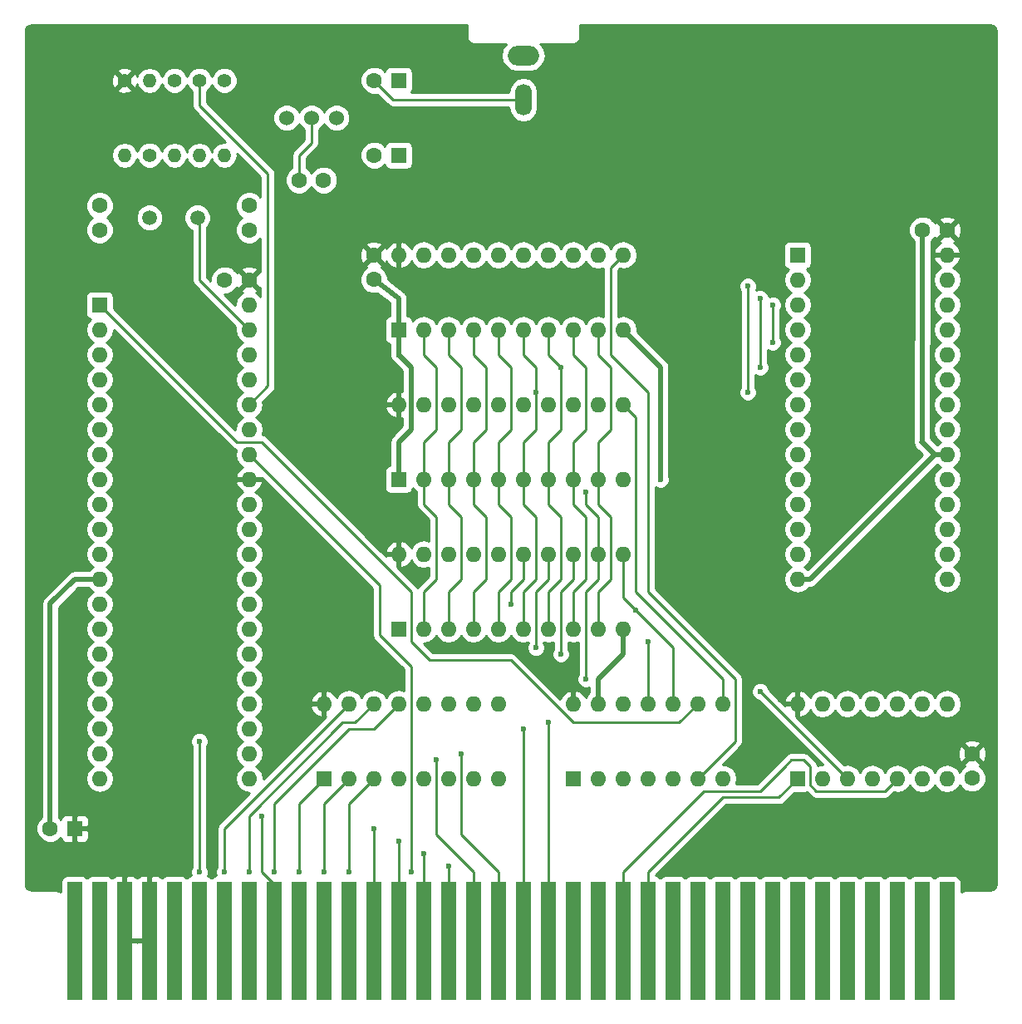
<source format=gtl>
G04 #@! TF.FileFunction,Copper,L1,Top,Signal*
%FSLAX46Y46*%
G04 Gerber Fmt 4.6, Leading zero omitted, Abs format (unit mm)*
G04 Created by KiCad (PCBNEW 4.0.7) date 2024 March 18, Monday 14:50:24*
%MOMM*%
%LPD*%
G01*
G04 APERTURE LIST*
%ADD10C,0.100000*%
%ADD11O,1.700000X3.200000*%
%ADD12O,3.200000X2.000000*%
%ADD13R,1.524000X12.000000*%
%ADD14C,1.600000*%
%ADD15R,1.600000X1.600000*%
%ADD16C,1.400000*%
%ADD17O,1.400000X1.400000*%
%ADD18O,1.600000X1.600000*%
%ADD19C,1.524000*%
%ADD20C,1.500000*%
%ADD21C,0.600000*%
%ADD22C,0.500000*%
%ADD23C,0.250000*%
%ADD24C,0.254000*%
G04 APERTURE END LIST*
D10*
D11*
X152400000Y-60380000D03*
D12*
X152400000Y-55880000D03*
D13*
X106680000Y-146050000D03*
X109220000Y-146050000D03*
X111760000Y-146050000D03*
X114300000Y-146050000D03*
X116840000Y-146050000D03*
X119380000Y-146050000D03*
X121920000Y-146050000D03*
X124460000Y-146050000D03*
X127000000Y-146050000D03*
X129540000Y-146050000D03*
X132080000Y-146050000D03*
X134620000Y-146050000D03*
X137160000Y-146050000D03*
X139700000Y-146050000D03*
X142240000Y-146050000D03*
X144780000Y-146050000D03*
X147320000Y-146050000D03*
X149860000Y-146050000D03*
X152400000Y-146050000D03*
X154940000Y-146050000D03*
X157480000Y-146050000D03*
X160020000Y-146050000D03*
X162560000Y-146050000D03*
X165100000Y-146050000D03*
X167640000Y-146050000D03*
X170180000Y-146050000D03*
X172720000Y-146050000D03*
X175260000Y-146050000D03*
X177800000Y-146050000D03*
X180340000Y-146050000D03*
X182880000Y-146050000D03*
X185420000Y-146050000D03*
X187960000Y-146050000D03*
X190500000Y-146050000D03*
X193040000Y-146050000D03*
X195580000Y-146050000D03*
D14*
X124460000Y-73660000D03*
X124460000Y-71160000D03*
X109220000Y-73660000D03*
X109220000Y-71160000D03*
X129540000Y-68580000D03*
X132040000Y-68580000D03*
D15*
X139700000Y-66040000D03*
D14*
X137200000Y-66040000D03*
D16*
X114300000Y-66040000D03*
D17*
X114300000Y-58420000D03*
D16*
X121920000Y-58420000D03*
D17*
X121920000Y-66040000D03*
D16*
X119380000Y-58420000D03*
D17*
X119380000Y-66040000D03*
D16*
X116840000Y-58420000D03*
D17*
X116840000Y-66040000D03*
D15*
X109220000Y-81280000D03*
D18*
X124460000Y-129540000D03*
X109220000Y-83820000D03*
X124460000Y-127000000D03*
X109220000Y-86360000D03*
X124460000Y-124460000D03*
X109220000Y-88900000D03*
X124460000Y-121920000D03*
X109220000Y-91440000D03*
X124460000Y-119380000D03*
X109220000Y-93980000D03*
X124460000Y-116840000D03*
X109220000Y-96520000D03*
X124460000Y-114300000D03*
X109220000Y-99060000D03*
X124460000Y-111760000D03*
X109220000Y-101600000D03*
X124460000Y-109220000D03*
X109220000Y-104140000D03*
X124460000Y-106680000D03*
X109220000Y-106680000D03*
X124460000Y-104140000D03*
X109220000Y-109220000D03*
X124460000Y-101600000D03*
X109220000Y-111760000D03*
X124460000Y-99060000D03*
X109220000Y-114300000D03*
X124460000Y-96520000D03*
X109220000Y-116840000D03*
X124460000Y-93980000D03*
X109220000Y-119380000D03*
X124460000Y-91440000D03*
X109220000Y-121920000D03*
X124460000Y-88900000D03*
X109220000Y-124460000D03*
X124460000Y-86360000D03*
X109220000Y-127000000D03*
X124460000Y-83820000D03*
X109220000Y-129540000D03*
X124460000Y-81280000D03*
D15*
X180340000Y-76200000D03*
D18*
X195580000Y-109220000D03*
X180340000Y-78740000D03*
X195580000Y-106680000D03*
X180340000Y-81280000D03*
X195580000Y-104140000D03*
X180340000Y-83820000D03*
X195580000Y-101600000D03*
X180340000Y-86360000D03*
X195580000Y-99060000D03*
X180340000Y-88900000D03*
X195580000Y-96520000D03*
X180340000Y-91440000D03*
X195580000Y-93980000D03*
X180340000Y-93980000D03*
X195580000Y-91440000D03*
X180340000Y-96520000D03*
X195580000Y-88900000D03*
X180340000Y-99060000D03*
X195580000Y-86360000D03*
X180340000Y-101600000D03*
X195580000Y-83820000D03*
X180340000Y-104140000D03*
X195580000Y-81280000D03*
X180340000Y-106680000D03*
X195580000Y-78740000D03*
X180340000Y-109220000D03*
X195580000Y-76200000D03*
D15*
X139700000Y-114300000D03*
D18*
X162560000Y-106680000D03*
X142240000Y-114300000D03*
X160020000Y-106680000D03*
X144780000Y-114300000D03*
X157480000Y-106680000D03*
X147320000Y-114300000D03*
X154940000Y-106680000D03*
X149860000Y-114300000D03*
X152400000Y-106680000D03*
X152400000Y-114300000D03*
X149860000Y-106680000D03*
X154940000Y-114300000D03*
X147320000Y-106680000D03*
X157480000Y-114300000D03*
X144780000Y-106680000D03*
X160020000Y-114300000D03*
X142240000Y-106680000D03*
X162560000Y-114300000D03*
X139700000Y-106680000D03*
D15*
X139700000Y-99060000D03*
D18*
X162560000Y-91440000D03*
X142240000Y-99060000D03*
X160020000Y-91440000D03*
X144780000Y-99060000D03*
X157480000Y-91440000D03*
X147320000Y-99060000D03*
X154940000Y-91440000D03*
X149860000Y-99060000D03*
X152400000Y-91440000D03*
X152400000Y-99060000D03*
X149860000Y-91440000D03*
X154940000Y-99060000D03*
X147320000Y-91440000D03*
X157480000Y-99060000D03*
X144780000Y-91440000D03*
X160020000Y-99060000D03*
X142240000Y-91440000D03*
X162560000Y-99060000D03*
X139700000Y-91440000D03*
D15*
X139700000Y-83820000D03*
D18*
X162560000Y-76200000D03*
X142240000Y-83820000D03*
X160020000Y-76200000D03*
X144780000Y-83820000D03*
X157480000Y-76200000D03*
X147320000Y-83820000D03*
X154940000Y-76200000D03*
X149860000Y-83820000D03*
X152400000Y-76200000D03*
X152400000Y-83820000D03*
X149860000Y-76200000D03*
X154940000Y-83820000D03*
X147320000Y-76200000D03*
X157480000Y-83820000D03*
X144780000Y-76200000D03*
X160020000Y-83820000D03*
X142240000Y-76200000D03*
X162560000Y-83820000D03*
X139700000Y-76200000D03*
D15*
X157480000Y-129540000D03*
D18*
X172720000Y-121920000D03*
X160020000Y-129540000D03*
X170180000Y-121920000D03*
X162560000Y-129540000D03*
X167640000Y-121920000D03*
X165100000Y-129540000D03*
X165100000Y-121920000D03*
X167640000Y-129540000D03*
X162560000Y-121920000D03*
X170180000Y-129540000D03*
X160020000Y-121920000D03*
X172720000Y-129540000D03*
X157480000Y-121920000D03*
D15*
X132080000Y-129540000D03*
D18*
X149860000Y-121920000D03*
X134620000Y-129540000D03*
X147320000Y-121920000D03*
X137160000Y-129540000D03*
X144780000Y-121920000D03*
X139700000Y-129540000D03*
X142240000Y-121920000D03*
X142240000Y-129540000D03*
X139700000Y-121920000D03*
X144780000Y-129540000D03*
X137160000Y-121920000D03*
X147320000Y-129540000D03*
X134620000Y-121920000D03*
X149860000Y-129540000D03*
X132080000Y-121920000D03*
D15*
X180340000Y-129540000D03*
D18*
X195580000Y-121920000D03*
X182880000Y-129540000D03*
X193040000Y-121920000D03*
X185420000Y-129540000D03*
X190500000Y-121920000D03*
X187960000Y-129540000D03*
X187960000Y-121920000D03*
X190500000Y-129540000D03*
X185420000Y-121920000D03*
X193040000Y-129540000D03*
X182880000Y-121920000D03*
X195580000Y-129540000D03*
X180340000Y-121920000D03*
D15*
X106680000Y-134620000D03*
D14*
X104180000Y-134620000D03*
D15*
X139700000Y-58420000D03*
D14*
X137200000Y-58420000D03*
X195580000Y-73660000D03*
X193080000Y-73660000D03*
X137160000Y-76200000D03*
X137160000Y-78700000D03*
X198120000Y-127000000D03*
X198120000Y-129500000D03*
X124460000Y-78740000D03*
X121960000Y-78740000D03*
D16*
X111760000Y-58420000D03*
D17*
X111760000Y-66040000D03*
D19*
X130810000Y-62230000D03*
X133350000Y-62230000D03*
X128270000Y-62230000D03*
D20*
X114300000Y-72390000D03*
X119180000Y-72390000D03*
D21*
X139700000Y-86360000D03*
X166370000Y-99060000D03*
X127000000Y-139065000D03*
X129540000Y-139065000D03*
X132080000Y-139065000D03*
X134620000Y-139065000D03*
X140970000Y-139065000D03*
X125730000Y-133350000D03*
X137160000Y-134620000D03*
X139700000Y-135890000D03*
X142240000Y-137160000D03*
X144780000Y-138430000D03*
X143510000Y-127635000D03*
X146050000Y-127000000D03*
X152400000Y-124460000D03*
X154940000Y-123825000D03*
X165100000Y-115570000D03*
X156210000Y-87630000D03*
X158750000Y-119380000D03*
X158750000Y-100330000D03*
X153670000Y-90170000D03*
X156210000Y-116840000D03*
X153670000Y-116205000D03*
X151130000Y-111760000D03*
X175260000Y-90170000D03*
X175260000Y-79375000D03*
X176530000Y-87630000D03*
X176530000Y-80645000D03*
X177800000Y-81280000D03*
X177800000Y-85090000D03*
X163830000Y-112395000D03*
X119380000Y-125730000D03*
X119380000Y-139065000D03*
X121920000Y-139065000D03*
X124460000Y-139065000D03*
X176530000Y-120650000D03*
D22*
X193080000Y-73660000D02*
X193040000Y-95250000D01*
X193040000Y-95250000D02*
X194310000Y-96520000D01*
X193000000Y-95290000D02*
X193040000Y-95250000D01*
X193040000Y-95250000D02*
X193000000Y-95290000D01*
X180340000Y-109220000D02*
X181610000Y-109220000D01*
X194310000Y-96520000D02*
X195580000Y-96520000D01*
X181610000Y-109220000D02*
X194310000Y-96520000D01*
X104180000Y-134620000D02*
X104180000Y-111720000D01*
X106680000Y-109220000D02*
X109220000Y-109220000D01*
X104180000Y-111720000D02*
X106680000Y-109220000D01*
X162560000Y-83820000D02*
X166370000Y-87630000D01*
X166370000Y-87630000D02*
X166370000Y-99060000D01*
X160020000Y-121920000D02*
X160020000Y-119380000D01*
X162560000Y-116840000D02*
X162560000Y-114300000D01*
X160020000Y-119380000D02*
X162560000Y-116840000D01*
X139700000Y-99060000D02*
X139700000Y-95250000D01*
X139700000Y-86360000D02*
X139700000Y-83820000D01*
X140970000Y-87630000D02*
X139700000Y-86360000D01*
X140970000Y-93980000D02*
X140970000Y-87630000D01*
X139700000Y-95250000D02*
X140970000Y-93980000D01*
X137160000Y-78700000D02*
X139700000Y-80645000D01*
X139700000Y-80645000D02*
X139700000Y-83820000D01*
D23*
X124460000Y-83820000D02*
X119380000Y-78740000D01*
X119380000Y-78740000D02*
X119380000Y-72590000D01*
X119380000Y-72590000D02*
X119180000Y-72390000D01*
X129540000Y-68580000D02*
X129540000Y-66040000D01*
X129540000Y-66040000D02*
X130810000Y-64770000D01*
X130810000Y-64770000D02*
X130810000Y-62230000D01*
X137200000Y-58420000D02*
X137200000Y-58460000D01*
X137200000Y-58460000D02*
X139120000Y-60380000D01*
X139120000Y-60380000D02*
X152400000Y-60380000D01*
X139700000Y-121920000D02*
X137160000Y-124460000D01*
X127000000Y-132080000D02*
X127000000Y-139065000D01*
X134620000Y-124460000D02*
X127000000Y-132080000D01*
X137160000Y-124460000D02*
X134620000Y-124460000D01*
X129540000Y-132080000D02*
X132080000Y-129540000D01*
X129540000Y-139065000D02*
X129540000Y-132080000D01*
X132080000Y-132080000D02*
X134620000Y-129540000D01*
X132080000Y-139065000D02*
X132080000Y-132080000D01*
X134620000Y-132080000D02*
X137160000Y-129540000D01*
X134620000Y-139065000D02*
X134620000Y-132080000D01*
X124460000Y-96520000D02*
X137795000Y-109855000D01*
X140970000Y-118110000D02*
X140970000Y-139065000D01*
X137795000Y-114935000D02*
X140970000Y-118110000D01*
X137795000Y-109855000D02*
X137795000Y-114935000D01*
X125730000Y-133350000D02*
X125730000Y-139065000D01*
X125730000Y-139065000D02*
X127000000Y-140335000D01*
X127000000Y-140335000D02*
X127000000Y-146050000D01*
X137160000Y-146050000D02*
X137160000Y-134620000D01*
X139700000Y-146050000D02*
X139700000Y-135890000D01*
X142240000Y-146050000D02*
X142240000Y-137160000D01*
X144780000Y-138430000D02*
X144780000Y-146050000D01*
X147320000Y-146050000D02*
X147320000Y-139065000D01*
X143510000Y-135255000D02*
X143510000Y-127635000D01*
X147320000Y-139065000D02*
X143510000Y-135255000D01*
X149860000Y-146050000D02*
X149860000Y-139065000D01*
X146050000Y-135255000D02*
X146050000Y-127000000D01*
X149860000Y-139065000D02*
X146050000Y-135255000D01*
X152400000Y-146050000D02*
X152400000Y-124460000D01*
X154940000Y-123825000D02*
X154940000Y-146050000D01*
X165100000Y-115570000D02*
X165100000Y-121920000D01*
X119380000Y-58420000D02*
X119380000Y-60960000D01*
X126365000Y-67945000D02*
X126365000Y-89535000D01*
X126365000Y-89535000D02*
X124460000Y-91440000D01*
X124460000Y-66040000D02*
X126365000Y-67945000D01*
X119380000Y-60960000D02*
X124460000Y-66040000D01*
X170180000Y-121920000D02*
X168275000Y-123825000D01*
X123190000Y-95250000D02*
X109220000Y-81280000D01*
X125730000Y-95250000D02*
X123190000Y-95250000D01*
X140970000Y-110490000D02*
X125730000Y-95250000D01*
X140970000Y-115570000D02*
X140970000Y-110490000D01*
X142875000Y-117475000D02*
X140970000Y-115570000D01*
X151130000Y-117475000D02*
X142875000Y-117475000D01*
X157480000Y-123825000D02*
X151130000Y-117475000D01*
X168275000Y-123825000D02*
X157480000Y-123825000D01*
X160020000Y-99060000D02*
X160020000Y-101600000D01*
X160020000Y-110490000D02*
X160020000Y-114300000D01*
X161290000Y-109220000D02*
X160020000Y-110490000D01*
X161290000Y-102870000D02*
X161290000Y-109220000D01*
X160020000Y-101600000D02*
X161290000Y-102870000D01*
X160020000Y-83820000D02*
X160020000Y-86360000D01*
X160020000Y-95250000D02*
X160020000Y-99060000D01*
X161290000Y-93980000D02*
X160020000Y-95250000D01*
X161290000Y-87630000D02*
X161290000Y-93980000D01*
X160020000Y-86360000D02*
X161290000Y-87630000D01*
X157480000Y-99060000D02*
X157480000Y-101600000D01*
X157480000Y-110490000D02*
X157480000Y-114300000D01*
X158750000Y-109220000D02*
X157480000Y-110490000D01*
X158750000Y-102870000D02*
X158750000Y-109220000D01*
X157480000Y-101600000D02*
X158750000Y-102870000D01*
X157480000Y-83820000D02*
X157480000Y-86360000D01*
X157480000Y-95250000D02*
X157480000Y-99060000D01*
X158750000Y-93980000D02*
X157480000Y-95250000D01*
X158750000Y-87630000D02*
X158750000Y-93980000D01*
X157480000Y-86360000D02*
X158750000Y-87630000D01*
X154940000Y-99060000D02*
X154940000Y-101600000D01*
X154940000Y-110490000D02*
X154940000Y-114300000D01*
X156210000Y-109220000D02*
X154940000Y-110490000D01*
X156210000Y-102870000D02*
X156210000Y-109220000D01*
X154940000Y-101600000D02*
X156210000Y-102870000D01*
X154940000Y-83820000D02*
X154940000Y-86360000D01*
X154940000Y-95250000D02*
X154940000Y-99060000D01*
X156210000Y-93980000D02*
X154940000Y-95250000D01*
X156210000Y-87630000D02*
X156210000Y-93980000D01*
X154940000Y-86360000D02*
X156210000Y-87630000D01*
X160020000Y-106680000D02*
X160020000Y-109220000D01*
X158750000Y-110490000D02*
X158750000Y-119380000D01*
X160020000Y-109220000D02*
X158750000Y-110490000D01*
X160020000Y-106680000D02*
X160020000Y-102870000D01*
X158750000Y-101600000D02*
X158750000Y-100330000D01*
X160020000Y-102870000D02*
X158750000Y-101600000D01*
X152400000Y-99060000D02*
X152400000Y-101600000D01*
X152400000Y-110490000D02*
X152400000Y-114300000D01*
X153670000Y-109220000D02*
X152400000Y-110490000D01*
X153670000Y-102870000D02*
X153670000Y-109220000D01*
X152400000Y-101600000D02*
X153670000Y-102870000D01*
X152400000Y-83820000D02*
X152400000Y-86360000D01*
X152400000Y-95250000D02*
X152400000Y-99060000D01*
X153670000Y-93980000D02*
X152400000Y-95250000D01*
X153670000Y-87630000D02*
X153670000Y-90170000D01*
X153670000Y-90170000D02*
X153670000Y-93980000D01*
X152400000Y-86360000D02*
X153670000Y-87630000D01*
X157480000Y-106680000D02*
X157480000Y-109220000D01*
X156210000Y-110490000D02*
X156210000Y-116840000D01*
X157480000Y-109220000D02*
X156210000Y-110490000D01*
X149860000Y-99060000D02*
X149860000Y-101600000D01*
X149860000Y-110490000D02*
X149860000Y-114300000D01*
X151130000Y-109220000D02*
X149860000Y-110490000D01*
X151130000Y-102870000D02*
X151130000Y-109220000D01*
X149860000Y-101600000D02*
X151130000Y-102870000D01*
X149860000Y-83820000D02*
X149860000Y-86360000D01*
X149860000Y-95250000D02*
X149860000Y-97790000D01*
X149860000Y-97790000D02*
X149860000Y-99060000D01*
X151130000Y-93980000D02*
X149860000Y-95250000D01*
X151130000Y-87630000D02*
X151130000Y-93980000D01*
X149860000Y-86360000D02*
X151130000Y-87630000D01*
X154940000Y-106680000D02*
X154940000Y-109220000D01*
X153670000Y-110490000D02*
X153670000Y-116205000D01*
X154940000Y-109220000D02*
X153670000Y-110490000D01*
X147320000Y-99060000D02*
X147320000Y-101600000D01*
X147320000Y-110490000D02*
X147320000Y-114300000D01*
X148590000Y-109220000D02*
X147320000Y-110490000D01*
X148590000Y-102870000D02*
X148590000Y-109220000D01*
X147320000Y-101600000D02*
X148590000Y-102870000D01*
X147320000Y-83820000D02*
X147320000Y-86360000D01*
X147320000Y-95250000D02*
X147320000Y-96520000D01*
X147320000Y-96520000D02*
X147320000Y-99060000D01*
X148590000Y-93980000D02*
X147320000Y-95250000D01*
X148590000Y-87630000D02*
X148590000Y-93980000D01*
X147320000Y-86360000D02*
X148590000Y-87630000D01*
X152400000Y-106680000D02*
X152400000Y-109220000D01*
X151130000Y-110490000D02*
X151130000Y-111760000D01*
X152400000Y-109220000D02*
X151130000Y-110490000D01*
X144780000Y-99060000D02*
X144780000Y-101600000D01*
X144780000Y-110490000D02*
X144780000Y-114300000D01*
X146050000Y-109220000D02*
X144780000Y-110490000D01*
X146050000Y-102870000D02*
X146050000Y-109220000D01*
X144780000Y-101600000D02*
X146050000Y-102870000D01*
X144780000Y-83820000D02*
X144780000Y-86360000D01*
X144780000Y-95250000D02*
X144780000Y-97790000D01*
X144780000Y-97790000D02*
X144780000Y-99060000D01*
X146050000Y-93980000D02*
X144780000Y-95250000D01*
X146050000Y-87630000D02*
X146050000Y-93980000D01*
X144780000Y-86360000D02*
X146050000Y-87630000D01*
X142240000Y-99060000D02*
X142240000Y-101600000D01*
X142240000Y-110490000D02*
X142240000Y-114300000D01*
X143510000Y-109220000D02*
X142240000Y-110490000D01*
X143510000Y-102870000D02*
X143510000Y-109220000D01*
X142240000Y-101600000D02*
X143510000Y-102870000D01*
X142240000Y-83820000D02*
X142240000Y-86360000D01*
X142240000Y-95250000D02*
X142240000Y-99060000D01*
X143510000Y-93980000D02*
X142240000Y-95250000D01*
X143510000Y-87630000D02*
X143510000Y-93980000D01*
X142240000Y-86360000D02*
X143510000Y-87630000D01*
X175260000Y-90170000D02*
X175260000Y-79375000D01*
X176530000Y-87630000D02*
X176530000Y-80645000D01*
X177800000Y-81280000D02*
X177800000Y-85090000D01*
X162560000Y-91440000D02*
X163830000Y-92710000D01*
X172720000Y-119380000D02*
X172720000Y-121920000D01*
X163830000Y-110490000D02*
X172720000Y-119380000D01*
X163830000Y-92710000D02*
X163830000Y-110490000D01*
X161290000Y-77470000D02*
X162560000Y-76200000D01*
X161290000Y-86360000D02*
X161290000Y-77470000D01*
X163830000Y-88900000D02*
X161290000Y-86360000D01*
X163830000Y-88900000D02*
X163830000Y-88900000D01*
X163830000Y-88900000D02*
X165100000Y-90170000D01*
X165100000Y-90170000D02*
X165100000Y-110490000D01*
X165100000Y-110490000D02*
X173990000Y-119380000D01*
X173990000Y-119380000D02*
X173990000Y-125730000D01*
X170180000Y-129540000D02*
X173990000Y-125730000D01*
X162560000Y-106680000D02*
X162560000Y-111125000D01*
X162560000Y-111125000D02*
X163830000Y-112395000D01*
X163830000Y-112395000D02*
X167640000Y-116205000D01*
X167640000Y-116205000D02*
X167640000Y-121920000D01*
X119380000Y-139065000D02*
X119380000Y-125730000D01*
X121920000Y-134620000D02*
X134620000Y-121920000D01*
X121920000Y-135255000D02*
X121920000Y-134620000D01*
X121920000Y-135890000D02*
X121920000Y-135255000D01*
X121920000Y-139065000D02*
X121920000Y-135890000D01*
X137160000Y-121920000D02*
X135255000Y-123825000D01*
X124460000Y-139065000D02*
X124460000Y-134620000D01*
X124460000Y-133350000D02*
X124460000Y-134620000D01*
X133985000Y-123825000D02*
X124460000Y-133350000D01*
X135255000Y-123825000D02*
X133985000Y-123825000D01*
X162560000Y-146050000D02*
X162560000Y-139065000D01*
X189230000Y-130810000D02*
X190500000Y-129540000D01*
X182245000Y-130810000D02*
X189230000Y-130810000D01*
X181610000Y-130175000D02*
X182245000Y-130810000D01*
X181610000Y-128270000D02*
X181610000Y-130175000D01*
X180975000Y-127635000D02*
X181610000Y-128270000D01*
X179705000Y-127635000D02*
X180975000Y-127635000D01*
X179070000Y-128270000D02*
X179705000Y-127635000D01*
X176530000Y-130810000D02*
X179070000Y-128270000D01*
X170815000Y-130810000D02*
X176530000Y-130810000D01*
X162560000Y-139065000D02*
X170815000Y-130810000D01*
X165100000Y-146050000D02*
X165100000Y-139065000D01*
X178435000Y-131445000D02*
X180340000Y-129540000D01*
X172720000Y-131445000D02*
X178435000Y-131445000D01*
X165100000Y-139065000D02*
X172720000Y-131445000D01*
X185420000Y-129540000D02*
X176530000Y-120650000D01*
D24*
G36*
X146610000Y-53975000D02*
X146664046Y-54246705D01*
X146817954Y-54477046D01*
X147048295Y-54630954D01*
X147320000Y-54685000D01*
X150658282Y-54685000D01*
X150600094Y-54723880D01*
X150245671Y-55254313D01*
X150121214Y-55880000D01*
X150245671Y-56505687D01*
X150600094Y-57036120D01*
X151130527Y-57390543D01*
X151756214Y-57515000D01*
X153043786Y-57515000D01*
X153669473Y-57390543D01*
X154199906Y-57036120D01*
X154554329Y-56505687D01*
X154678786Y-55880000D01*
X154554329Y-55254313D01*
X154199906Y-54723880D01*
X154141718Y-54685000D01*
X157480000Y-54685000D01*
X157751705Y-54630954D01*
X157982046Y-54477046D01*
X158135954Y-54246705D01*
X158190000Y-53975000D01*
X158190000Y-52780000D01*
X199955070Y-52780000D01*
X200233979Y-52835478D01*
X200411145Y-52953856D01*
X200529521Y-53131019D01*
X200585000Y-53409931D01*
X200585000Y-140265069D01*
X200529521Y-140543981D01*
X200411145Y-140721144D01*
X200233979Y-140839522D01*
X199955070Y-140895000D01*
X197485000Y-140895000D01*
X197213295Y-140949046D01*
X196989440Y-141098620D01*
X196989440Y-140050000D01*
X196945162Y-139814683D01*
X196806090Y-139598559D01*
X196593890Y-139453569D01*
X196342000Y-139402560D01*
X194818000Y-139402560D01*
X194582683Y-139446838D01*
X194366559Y-139585910D01*
X194310626Y-139667770D01*
X194266090Y-139598559D01*
X194053890Y-139453569D01*
X193802000Y-139402560D01*
X192278000Y-139402560D01*
X192042683Y-139446838D01*
X191826559Y-139585910D01*
X191770626Y-139667770D01*
X191726090Y-139598559D01*
X191513890Y-139453569D01*
X191262000Y-139402560D01*
X189738000Y-139402560D01*
X189502683Y-139446838D01*
X189286559Y-139585910D01*
X189230626Y-139667770D01*
X189186090Y-139598559D01*
X188973890Y-139453569D01*
X188722000Y-139402560D01*
X187198000Y-139402560D01*
X186962683Y-139446838D01*
X186746559Y-139585910D01*
X186690626Y-139667770D01*
X186646090Y-139598559D01*
X186433890Y-139453569D01*
X186182000Y-139402560D01*
X184658000Y-139402560D01*
X184422683Y-139446838D01*
X184206559Y-139585910D01*
X184150626Y-139667770D01*
X184106090Y-139598559D01*
X183893890Y-139453569D01*
X183642000Y-139402560D01*
X182118000Y-139402560D01*
X181882683Y-139446838D01*
X181666559Y-139585910D01*
X181610626Y-139667770D01*
X181566090Y-139598559D01*
X181353890Y-139453569D01*
X181102000Y-139402560D01*
X179578000Y-139402560D01*
X179342683Y-139446838D01*
X179126559Y-139585910D01*
X179070626Y-139667770D01*
X179026090Y-139598559D01*
X178813890Y-139453569D01*
X178562000Y-139402560D01*
X177038000Y-139402560D01*
X176802683Y-139446838D01*
X176586559Y-139585910D01*
X176530626Y-139667770D01*
X176486090Y-139598559D01*
X176273890Y-139453569D01*
X176022000Y-139402560D01*
X174498000Y-139402560D01*
X174262683Y-139446838D01*
X174046559Y-139585910D01*
X173990626Y-139667770D01*
X173946090Y-139598559D01*
X173733890Y-139453569D01*
X173482000Y-139402560D01*
X171958000Y-139402560D01*
X171722683Y-139446838D01*
X171506559Y-139585910D01*
X171450626Y-139667770D01*
X171406090Y-139598559D01*
X171193890Y-139453569D01*
X170942000Y-139402560D01*
X169418000Y-139402560D01*
X169182683Y-139446838D01*
X168966559Y-139585910D01*
X168910626Y-139667770D01*
X168866090Y-139598559D01*
X168653890Y-139453569D01*
X168402000Y-139402560D01*
X166878000Y-139402560D01*
X166642683Y-139446838D01*
X166426559Y-139585910D01*
X166370626Y-139667770D01*
X166326090Y-139598559D01*
X166113890Y-139453569D01*
X165862000Y-139402560D01*
X165860000Y-139402560D01*
X165860000Y-139379802D01*
X173034802Y-132205000D01*
X178435000Y-132205000D01*
X178725839Y-132147148D01*
X178972401Y-131982401D01*
X179967362Y-130987440D01*
X181140000Y-130987440D01*
X181314755Y-130954557D01*
X181707599Y-131347401D01*
X181954161Y-131512148D01*
X182245000Y-131570000D01*
X189230000Y-131570000D01*
X189520839Y-131512148D01*
X189767401Y-131347401D01*
X190176114Y-130938688D01*
X190500000Y-131003113D01*
X191049151Y-130893880D01*
X191514698Y-130582811D01*
X191770000Y-130200725D01*
X192025302Y-130582811D01*
X192490849Y-130893880D01*
X193040000Y-131003113D01*
X193589151Y-130893880D01*
X194054698Y-130582811D01*
X194310000Y-130200725D01*
X194565302Y-130582811D01*
X195030849Y-130893880D01*
X195580000Y-131003113D01*
X196129151Y-130893880D01*
X196594698Y-130582811D01*
X196854240Y-130194380D01*
X196902757Y-130311800D01*
X197306077Y-130715824D01*
X197833309Y-130934750D01*
X198404187Y-130935248D01*
X198931800Y-130717243D01*
X199335824Y-130313923D01*
X199554750Y-129786691D01*
X199555248Y-129215813D01*
X199337243Y-128688200D01*
X198933923Y-128284176D01*
X198867456Y-128256577D01*
X198874005Y-128253864D01*
X198948139Y-128007745D01*
X198120000Y-127179605D01*
X197291861Y-128007745D01*
X197365995Y-128253864D01*
X197372483Y-128256196D01*
X197308200Y-128282757D01*
X196904176Y-128686077D01*
X196833936Y-128855234D01*
X196594698Y-128497189D01*
X196129151Y-128186120D01*
X195580000Y-128076887D01*
X195030849Y-128186120D01*
X194565302Y-128497189D01*
X194310000Y-128879275D01*
X194054698Y-128497189D01*
X193589151Y-128186120D01*
X193040000Y-128076887D01*
X192490849Y-128186120D01*
X192025302Y-128497189D01*
X191770000Y-128879275D01*
X191514698Y-128497189D01*
X191049151Y-128186120D01*
X190500000Y-128076887D01*
X189950849Y-128186120D01*
X189485302Y-128497189D01*
X189230000Y-128879275D01*
X188974698Y-128497189D01*
X188509151Y-128186120D01*
X187960000Y-128076887D01*
X187410849Y-128186120D01*
X186945302Y-128497189D01*
X186690000Y-128879275D01*
X186434698Y-128497189D01*
X185969151Y-128186120D01*
X185420000Y-128076887D01*
X185096114Y-128141312D01*
X183738025Y-126783223D01*
X196673035Y-126783223D01*
X196700222Y-127353454D01*
X196866136Y-127754005D01*
X197112255Y-127828139D01*
X197940395Y-127000000D01*
X198299605Y-127000000D01*
X199127745Y-127828139D01*
X199373864Y-127754005D01*
X199566965Y-127216777D01*
X199539778Y-126646546D01*
X199373864Y-126245995D01*
X199127745Y-126171861D01*
X198299605Y-127000000D01*
X197940395Y-127000000D01*
X197112255Y-126171861D01*
X196866136Y-126245995D01*
X196673035Y-126783223D01*
X183738025Y-126783223D01*
X182947057Y-125992255D01*
X197291861Y-125992255D01*
X198120000Y-126820395D01*
X198948139Y-125992255D01*
X198874005Y-125746136D01*
X198336777Y-125553035D01*
X197766546Y-125580222D01*
X197365995Y-125746136D01*
X197291861Y-125992255D01*
X182947057Y-125992255D01*
X180168929Y-123214127D01*
X180213000Y-123189915D01*
X180213000Y-122047000D01*
X179069371Y-122047000D01*
X179045501Y-122090699D01*
X178525761Y-121570959D01*
X178948086Y-121570959D01*
X179069371Y-121793000D01*
X180213000Y-121793000D01*
X180213000Y-120650085D01*
X180467000Y-120650085D01*
X180467000Y-121793000D01*
X180487000Y-121793000D01*
X180487000Y-122047000D01*
X180467000Y-122047000D01*
X180467000Y-123189915D01*
X180689039Y-123311904D01*
X181077423Y-123151041D01*
X181492389Y-122775134D01*
X181595014Y-122558297D01*
X181865302Y-122962811D01*
X182330849Y-123273880D01*
X182880000Y-123383113D01*
X183429151Y-123273880D01*
X183894698Y-122962811D01*
X184150000Y-122580725D01*
X184405302Y-122962811D01*
X184870849Y-123273880D01*
X185420000Y-123383113D01*
X185969151Y-123273880D01*
X186434698Y-122962811D01*
X186690000Y-122580725D01*
X186945302Y-122962811D01*
X187410849Y-123273880D01*
X187960000Y-123383113D01*
X188509151Y-123273880D01*
X188974698Y-122962811D01*
X189230000Y-122580725D01*
X189485302Y-122962811D01*
X189950849Y-123273880D01*
X190500000Y-123383113D01*
X191049151Y-123273880D01*
X191514698Y-122962811D01*
X191770000Y-122580725D01*
X192025302Y-122962811D01*
X192490849Y-123273880D01*
X193040000Y-123383113D01*
X193589151Y-123273880D01*
X194054698Y-122962811D01*
X194310000Y-122580725D01*
X194565302Y-122962811D01*
X195030849Y-123273880D01*
X195580000Y-123383113D01*
X196129151Y-123273880D01*
X196594698Y-122962811D01*
X196905767Y-122497264D01*
X197015000Y-121948113D01*
X197015000Y-121891887D01*
X196905767Y-121342736D01*
X196594698Y-120877189D01*
X196129151Y-120566120D01*
X195580000Y-120456887D01*
X195030849Y-120566120D01*
X194565302Y-120877189D01*
X194310000Y-121259275D01*
X194054698Y-120877189D01*
X193589151Y-120566120D01*
X193040000Y-120456887D01*
X192490849Y-120566120D01*
X192025302Y-120877189D01*
X191770000Y-121259275D01*
X191514698Y-120877189D01*
X191049151Y-120566120D01*
X190500000Y-120456887D01*
X189950849Y-120566120D01*
X189485302Y-120877189D01*
X189230000Y-121259275D01*
X188974698Y-120877189D01*
X188509151Y-120566120D01*
X187960000Y-120456887D01*
X187410849Y-120566120D01*
X186945302Y-120877189D01*
X186690000Y-121259275D01*
X186434698Y-120877189D01*
X185969151Y-120566120D01*
X185420000Y-120456887D01*
X184870849Y-120566120D01*
X184405302Y-120877189D01*
X184150000Y-121259275D01*
X183894698Y-120877189D01*
X183429151Y-120566120D01*
X182880000Y-120456887D01*
X182330849Y-120566120D01*
X181865302Y-120877189D01*
X181595014Y-121281703D01*
X181492389Y-121064866D01*
X181077423Y-120688959D01*
X180689039Y-120528096D01*
X180467000Y-120650085D01*
X180213000Y-120650085D01*
X179990961Y-120528096D01*
X179602577Y-120688959D01*
X179187611Y-121064866D01*
X178948086Y-121570959D01*
X178525761Y-121570959D01*
X177465122Y-120510320D01*
X177465162Y-120464833D01*
X177323117Y-120121057D01*
X177060327Y-119857808D01*
X176716799Y-119715162D01*
X176344833Y-119714838D01*
X176001057Y-119856883D01*
X175737808Y-120119673D01*
X175595162Y-120463201D01*
X175594838Y-120835167D01*
X175736883Y-121178943D01*
X175999673Y-121442192D01*
X176343201Y-121584838D01*
X176390077Y-121584879D01*
X182882603Y-128077405D01*
X182880000Y-128076887D01*
X182352460Y-128181821D01*
X182312148Y-127979161D01*
X182147401Y-127732599D01*
X181512401Y-127097599D01*
X181265839Y-126932852D01*
X180975000Y-126875000D01*
X179705000Y-126875000D01*
X179414161Y-126932852D01*
X179167599Y-127097599D01*
X176215198Y-130050000D01*
X174059147Y-130050000D01*
X174155000Y-129568113D01*
X174155000Y-129511887D01*
X174045767Y-128962736D01*
X173734698Y-128497189D01*
X173269151Y-128186120D01*
X172720000Y-128076887D01*
X172717397Y-128077405D01*
X174527401Y-126267401D01*
X174692148Y-126020839D01*
X174750000Y-125730000D01*
X174750000Y-119380000D01*
X174692148Y-119089161D01*
X174527401Y-118842599D01*
X165860000Y-110175198D01*
X165860000Y-99860633D01*
X166183201Y-99994838D01*
X166555167Y-99995162D01*
X166898943Y-99853117D01*
X167162192Y-99590327D01*
X167304838Y-99246799D01*
X167305162Y-98874833D01*
X167255000Y-98753431D01*
X167255000Y-87630005D01*
X167255001Y-87630000D01*
X167187633Y-87291326D01*
X167187633Y-87291325D01*
X166995790Y-87004210D01*
X166995787Y-87004208D01*
X163969233Y-83977653D01*
X163995000Y-83848113D01*
X163995000Y-83791887D01*
X163885767Y-83242736D01*
X163574698Y-82777189D01*
X163109151Y-82466120D01*
X162560000Y-82356887D01*
X162050000Y-82458332D01*
X162050000Y-79560167D01*
X174324838Y-79560167D01*
X174466883Y-79903943D01*
X174500000Y-79937118D01*
X174500000Y-89607537D01*
X174467808Y-89639673D01*
X174325162Y-89983201D01*
X174324838Y-90355167D01*
X174466883Y-90698943D01*
X174729673Y-90962192D01*
X175073201Y-91104838D01*
X175445167Y-91105162D01*
X175788943Y-90963117D01*
X176052192Y-90700327D01*
X176194838Y-90356799D01*
X176195162Y-89984833D01*
X176053117Y-89641057D01*
X176020000Y-89607882D01*
X176020000Y-88430633D01*
X176343201Y-88564838D01*
X176715167Y-88565162D01*
X177058943Y-88423117D01*
X177322192Y-88160327D01*
X177464838Y-87816799D01*
X177465162Y-87444833D01*
X177323117Y-87101057D01*
X177290000Y-87067882D01*
X177290000Y-85890633D01*
X177613201Y-86024838D01*
X177985167Y-86025162D01*
X178328943Y-85883117D01*
X178592192Y-85620327D01*
X178734838Y-85276799D01*
X178735162Y-84904833D01*
X178593117Y-84561057D01*
X178560000Y-84527882D01*
X178560000Y-81842463D01*
X178592192Y-81810327D01*
X178734838Y-81466799D01*
X178735162Y-81094833D01*
X178593117Y-80751057D01*
X178330327Y-80487808D01*
X177986799Y-80345162D01*
X177614833Y-80344838D01*
X177446403Y-80414432D01*
X177323117Y-80116057D01*
X177060327Y-79852808D01*
X176716799Y-79710162D01*
X176344833Y-79709838D01*
X176089570Y-79815310D01*
X176194838Y-79561799D01*
X176195162Y-79189833D01*
X176053117Y-78846057D01*
X175947245Y-78740000D01*
X178876887Y-78740000D01*
X178986120Y-79289151D01*
X179297189Y-79754698D01*
X179679275Y-80010000D01*
X179297189Y-80265302D01*
X178986120Y-80730849D01*
X178876887Y-81280000D01*
X178986120Y-81829151D01*
X179297189Y-82294698D01*
X179679275Y-82550000D01*
X179297189Y-82805302D01*
X178986120Y-83270849D01*
X178876887Y-83820000D01*
X178986120Y-84369151D01*
X179297189Y-84834698D01*
X179679275Y-85090000D01*
X179297189Y-85345302D01*
X178986120Y-85810849D01*
X178876887Y-86360000D01*
X178986120Y-86909151D01*
X179297189Y-87374698D01*
X179679275Y-87630000D01*
X179297189Y-87885302D01*
X178986120Y-88350849D01*
X178876887Y-88900000D01*
X178986120Y-89449151D01*
X179297189Y-89914698D01*
X179679275Y-90170000D01*
X179297189Y-90425302D01*
X178986120Y-90890849D01*
X178876887Y-91440000D01*
X178986120Y-91989151D01*
X179297189Y-92454698D01*
X179679275Y-92710000D01*
X179297189Y-92965302D01*
X178986120Y-93430849D01*
X178876887Y-93980000D01*
X178986120Y-94529151D01*
X179297189Y-94994698D01*
X179679275Y-95250000D01*
X179297189Y-95505302D01*
X178986120Y-95970849D01*
X178876887Y-96520000D01*
X178986120Y-97069151D01*
X179297189Y-97534698D01*
X179679275Y-97790000D01*
X179297189Y-98045302D01*
X178986120Y-98510849D01*
X178876887Y-99060000D01*
X178986120Y-99609151D01*
X179297189Y-100074698D01*
X179679275Y-100330000D01*
X179297189Y-100585302D01*
X178986120Y-101050849D01*
X178876887Y-101600000D01*
X178986120Y-102149151D01*
X179297189Y-102614698D01*
X179679275Y-102870000D01*
X179297189Y-103125302D01*
X178986120Y-103590849D01*
X178876887Y-104140000D01*
X178986120Y-104689151D01*
X179297189Y-105154698D01*
X179679275Y-105410000D01*
X179297189Y-105665302D01*
X178986120Y-106130849D01*
X178876887Y-106680000D01*
X178986120Y-107229151D01*
X179297189Y-107694698D01*
X179679275Y-107950000D01*
X179297189Y-108205302D01*
X178986120Y-108670849D01*
X178876887Y-109220000D01*
X178986120Y-109769151D01*
X179297189Y-110234698D01*
X179762736Y-110545767D01*
X180311887Y-110655000D01*
X180368113Y-110655000D01*
X180917264Y-110545767D01*
X181382811Y-110234698D01*
X181469473Y-110105000D01*
X181609995Y-110105000D01*
X181610000Y-110105001D01*
X181892484Y-110048810D01*
X181948675Y-110037633D01*
X182235790Y-109845790D01*
X182235791Y-109845789D01*
X194542999Y-97538580D01*
X194919275Y-97790000D01*
X194537189Y-98045302D01*
X194226120Y-98510849D01*
X194116887Y-99060000D01*
X194226120Y-99609151D01*
X194537189Y-100074698D01*
X194919275Y-100330000D01*
X194537189Y-100585302D01*
X194226120Y-101050849D01*
X194116887Y-101600000D01*
X194226120Y-102149151D01*
X194537189Y-102614698D01*
X194919275Y-102870000D01*
X194537189Y-103125302D01*
X194226120Y-103590849D01*
X194116887Y-104140000D01*
X194226120Y-104689151D01*
X194537189Y-105154698D01*
X194919275Y-105410000D01*
X194537189Y-105665302D01*
X194226120Y-106130849D01*
X194116887Y-106680000D01*
X194226120Y-107229151D01*
X194537189Y-107694698D01*
X194919275Y-107950000D01*
X194537189Y-108205302D01*
X194226120Y-108670849D01*
X194116887Y-109220000D01*
X194226120Y-109769151D01*
X194537189Y-110234698D01*
X195002736Y-110545767D01*
X195551887Y-110655000D01*
X195608113Y-110655000D01*
X196157264Y-110545767D01*
X196622811Y-110234698D01*
X196933880Y-109769151D01*
X197043113Y-109220000D01*
X196933880Y-108670849D01*
X196622811Y-108205302D01*
X196240725Y-107950000D01*
X196622811Y-107694698D01*
X196933880Y-107229151D01*
X197043113Y-106680000D01*
X196933880Y-106130849D01*
X196622811Y-105665302D01*
X196240725Y-105410000D01*
X196622811Y-105154698D01*
X196933880Y-104689151D01*
X197043113Y-104140000D01*
X196933880Y-103590849D01*
X196622811Y-103125302D01*
X196240725Y-102870000D01*
X196622811Y-102614698D01*
X196933880Y-102149151D01*
X197043113Y-101600000D01*
X196933880Y-101050849D01*
X196622811Y-100585302D01*
X196240725Y-100330000D01*
X196622811Y-100074698D01*
X196933880Y-99609151D01*
X197043113Y-99060000D01*
X196933880Y-98510849D01*
X196622811Y-98045302D01*
X196240725Y-97790000D01*
X196622811Y-97534698D01*
X196933880Y-97069151D01*
X197043113Y-96520000D01*
X196933880Y-95970849D01*
X196622811Y-95505302D01*
X196240725Y-95250000D01*
X196622811Y-94994698D01*
X196933880Y-94529151D01*
X197043113Y-93980000D01*
X196933880Y-93430849D01*
X196622811Y-92965302D01*
X196240725Y-92710000D01*
X196622811Y-92454698D01*
X196933880Y-91989151D01*
X197043113Y-91440000D01*
X196933880Y-90890849D01*
X196622811Y-90425302D01*
X196240725Y-90170000D01*
X196622811Y-89914698D01*
X196933880Y-89449151D01*
X197043113Y-88900000D01*
X196933880Y-88350849D01*
X196622811Y-87885302D01*
X196240725Y-87630000D01*
X196622811Y-87374698D01*
X196933880Y-86909151D01*
X197043113Y-86360000D01*
X196933880Y-85810849D01*
X196622811Y-85345302D01*
X196240725Y-85090000D01*
X196622811Y-84834698D01*
X196933880Y-84369151D01*
X197043113Y-83820000D01*
X196933880Y-83270849D01*
X196622811Y-82805302D01*
X196240725Y-82550000D01*
X196622811Y-82294698D01*
X196933880Y-81829151D01*
X197043113Y-81280000D01*
X196933880Y-80730849D01*
X196622811Y-80265302D01*
X196240725Y-80010000D01*
X196622811Y-79754698D01*
X196933880Y-79289151D01*
X197043113Y-78740000D01*
X196933880Y-78190849D01*
X196622811Y-77725302D01*
X196218297Y-77455014D01*
X196435134Y-77352389D01*
X196811041Y-76937423D01*
X196971904Y-76549039D01*
X196849915Y-76327000D01*
X195707000Y-76327000D01*
X195707000Y-76347000D01*
X195453000Y-76347000D01*
X195453000Y-76327000D01*
X194310085Y-76327000D01*
X194188096Y-76549039D01*
X194348959Y-76937423D01*
X194724866Y-77352389D01*
X194941703Y-77455014D01*
X194537189Y-77725302D01*
X194226120Y-78190849D01*
X194116887Y-78740000D01*
X194226120Y-79289151D01*
X194537189Y-79754698D01*
X194919275Y-80010000D01*
X194537189Y-80265302D01*
X194226120Y-80730849D01*
X194116887Y-81280000D01*
X194226120Y-81829151D01*
X194537189Y-82294698D01*
X194919275Y-82550000D01*
X194537189Y-82805302D01*
X194226120Y-83270849D01*
X194116887Y-83820000D01*
X194226120Y-84369151D01*
X194537189Y-84834698D01*
X194919275Y-85090000D01*
X194537189Y-85345302D01*
X194226120Y-85810849D01*
X194116887Y-86360000D01*
X194226120Y-86909151D01*
X194537189Y-87374698D01*
X194919275Y-87630000D01*
X194537189Y-87885302D01*
X194226120Y-88350849D01*
X194116887Y-88900000D01*
X194226120Y-89449151D01*
X194537189Y-89914698D01*
X194919275Y-90170000D01*
X194537189Y-90425302D01*
X194226120Y-90890849D01*
X194116887Y-91440000D01*
X194226120Y-91989151D01*
X194537189Y-92454698D01*
X194919275Y-92710000D01*
X194537189Y-92965302D01*
X194226120Y-93430849D01*
X194116887Y-93980000D01*
X194226120Y-94529151D01*
X194537189Y-94994698D01*
X194919275Y-95250000D01*
X194542999Y-95501420D01*
X193925679Y-94884099D01*
X193960941Y-75850961D01*
X194188096Y-75850961D01*
X194310085Y-76073000D01*
X195453000Y-76073000D01*
X195453000Y-76053000D01*
X195707000Y-76053000D01*
X195707000Y-76073000D01*
X196849915Y-76073000D01*
X196971904Y-75850961D01*
X196811041Y-75462577D01*
X196435134Y-75047611D01*
X196237234Y-74953948D01*
X196334005Y-74913864D01*
X196408139Y-74667745D01*
X195580000Y-73839605D01*
X194751861Y-74667745D01*
X194825995Y-74913864D01*
X194929132Y-74950935D01*
X194724866Y-75047611D01*
X194348959Y-75462577D01*
X194188096Y-75850961D01*
X193960941Y-75850961D01*
X193962877Y-74806290D01*
X194295824Y-74473923D01*
X194323423Y-74407456D01*
X194326136Y-74414005D01*
X194572255Y-74488139D01*
X195400395Y-73660000D01*
X195759605Y-73660000D01*
X196587745Y-74488139D01*
X196833864Y-74414005D01*
X197026965Y-73876777D01*
X196999778Y-73306546D01*
X196833864Y-72905995D01*
X196587745Y-72831861D01*
X195759605Y-73660000D01*
X195400395Y-73660000D01*
X194572255Y-72831861D01*
X194326136Y-72905995D01*
X194323804Y-72912483D01*
X194297243Y-72848200D01*
X194101640Y-72652255D01*
X194751861Y-72652255D01*
X195580000Y-73480395D01*
X196408139Y-72652255D01*
X196334005Y-72406136D01*
X195796777Y-72213035D01*
X195226546Y-72240222D01*
X194825995Y-72406136D01*
X194751861Y-72652255D01*
X194101640Y-72652255D01*
X193893923Y-72444176D01*
X193366691Y-72225250D01*
X192795813Y-72224752D01*
X192268200Y-72442757D01*
X191864176Y-72846077D01*
X191645250Y-73373309D01*
X191644752Y-73944187D01*
X191862757Y-74471800D01*
X192192882Y-74802501D01*
X192155300Y-95087397D01*
X192114999Y-95290000D01*
X192182367Y-95628674D01*
X192374210Y-95915790D01*
X192615300Y-96076879D01*
X193058421Y-96520000D01*
X181377000Y-108201420D01*
X181000725Y-107950000D01*
X181382811Y-107694698D01*
X181693880Y-107229151D01*
X181803113Y-106680000D01*
X181693880Y-106130849D01*
X181382811Y-105665302D01*
X181000725Y-105410000D01*
X181382811Y-105154698D01*
X181693880Y-104689151D01*
X181803113Y-104140000D01*
X181693880Y-103590849D01*
X181382811Y-103125302D01*
X181000725Y-102870000D01*
X181382811Y-102614698D01*
X181693880Y-102149151D01*
X181803113Y-101600000D01*
X181693880Y-101050849D01*
X181382811Y-100585302D01*
X181000725Y-100330000D01*
X181382811Y-100074698D01*
X181693880Y-99609151D01*
X181803113Y-99060000D01*
X181693880Y-98510849D01*
X181382811Y-98045302D01*
X181000725Y-97790000D01*
X181382811Y-97534698D01*
X181693880Y-97069151D01*
X181803113Y-96520000D01*
X181693880Y-95970849D01*
X181382811Y-95505302D01*
X181000725Y-95250000D01*
X181382811Y-94994698D01*
X181693880Y-94529151D01*
X181803113Y-93980000D01*
X181693880Y-93430849D01*
X181382811Y-92965302D01*
X181000725Y-92710000D01*
X181382811Y-92454698D01*
X181693880Y-91989151D01*
X181803113Y-91440000D01*
X181693880Y-90890849D01*
X181382811Y-90425302D01*
X181000725Y-90170000D01*
X181382811Y-89914698D01*
X181693880Y-89449151D01*
X181803113Y-88900000D01*
X181693880Y-88350849D01*
X181382811Y-87885302D01*
X181000725Y-87630000D01*
X181382811Y-87374698D01*
X181693880Y-86909151D01*
X181803113Y-86360000D01*
X181693880Y-85810849D01*
X181382811Y-85345302D01*
X181000725Y-85090000D01*
X181382811Y-84834698D01*
X181693880Y-84369151D01*
X181803113Y-83820000D01*
X181693880Y-83270849D01*
X181382811Y-82805302D01*
X181000725Y-82550000D01*
X181382811Y-82294698D01*
X181693880Y-81829151D01*
X181803113Y-81280000D01*
X181693880Y-80730849D01*
X181382811Y-80265302D01*
X181000725Y-80010000D01*
X181382811Y-79754698D01*
X181693880Y-79289151D01*
X181803113Y-78740000D01*
X181693880Y-78190849D01*
X181382811Y-77725302D01*
X181238535Y-77628899D01*
X181375317Y-77603162D01*
X181591441Y-77464090D01*
X181736431Y-77251890D01*
X181787440Y-77000000D01*
X181787440Y-75400000D01*
X181743162Y-75164683D01*
X181604090Y-74948559D01*
X181391890Y-74803569D01*
X181140000Y-74752560D01*
X179540000Y-74752560D01*
X179304683Y-74796838D01*
X179088559Y-74935910D01*
X178943569Y-75148110D01*
X178892560Y-75400000D01*
X178892560Y-77000000D01*
X178936838Y-77235317D01*
X179075910Y-77451441D01*
X179288110Y-77596431D01*
X179443089Y-77627815D01*
X179297189Y-77725302D01*
X178986120Y-78190849D01*
X178876887Y-78740000D01*
X175947245Y-78740000D01*
X175790327Y-78582808D01*
X175446799Y-78440162D01*
X175074833Y-78439838D01*
X174731057Y-78581883D01*
X174467808Y-78844673D01*
X174325162Y-79188201D01*
X174324838Y-79560167D01*
X162050000Y-79560167D01*
X162050000Y-77784802D01*
X162236114Y-77598688D01*
X162560000Y-77663113D01*
X163109151Y-77553880D01*
X163574698Y-77242811D01*
X163885767Y-76777264D01*
X163995000Y-76228113D01*
X163995000Y-76171887D01*
X163885767Y-75622736D01*
X163574698Y-75157189D01*
X163109151Y-74846120D01*
X162560000Y-74736887D01*
X162010849Y-74846120D01*
X161545302Y-75157189D01*
X161290000Y-75539275D01*
X161034698Y-75157189D01*
X160569151Y-74846120D01*
X160020000Y-74736887D01*
X159470849Y-74846120D01*
X159005302Y-75157189D01*
X158750000Y-75539275D01*
X158494698Y-75157189D01*
X158029151Y-74846120D01*
X157480000Y-74736887D01*
X156930849Y-74846120D01*
X156465302Y-75157189D01*
X156210000Y-75539275D01*
X155954698Y-75157189D01*
X155489151Y-74846120D01*
X154940000Y-74736887D01*
X154390849Y-74846120D01*
X153925302Y-75157189D01*
X153670000Y-75539275D01*
X153414698Y-75157189D01*
X152949151Y-74846120D01*
X152400000Y-74736887D01*
X151850849Y-74846120D01*
X151385302Y-75157189D01*
X151130000Y-75539275D01*
X150874698Y-75157189D01*
X150409151Y-74846120D01*
X149860000Y-74736887D01*
X149310849Y-74846120D01*
X148845302Y-75157189D01*
X148590000Y-75539275D01*
X148334698Y-75157189D01*
X147869151Y-74846120D01*
X147320000Y-74736887D01*
X146770849Y-74846120D01*
X146305302Y-75157189D01*
X146050000Y-75539275D01*
X145794698Y-75157189D01*
X145329151Y-74846120D01*
X144780000Y-74736887D01*
X144230849Y-74846120D01*
X143765302Y-75157189D01*
X143510000Y-75539275D01*
X143254698Y-75157189D01*
X142789151Y-74846120D01*
X142240000Y-74736887D01*
X141690849Y-74846120D01*
X141225302Y-75157189D01*
X140955014Y-75561703D01*
X140852389Y-75344866D01*
X140437423Y-74968959D01*
X140049039Y-74808096D01*
X139827000Y-74930085D01*
X139827000Y-76073000D01*
X139847000Y-76073000D01*
X139847000Y-76327000D01*
X139827000Y-76327000D01*
X139827000Y-77469915D01*
X140049039Y-77591904D01*
X140437423Y-77431041D01*
X140852389Y-77055134D01*
X140955014Y-76838297D01*
X141225302Y-77242811D01*
X141690849Y-77553880D01*
X142240000Y-77663113D01*
X142789151Y-77553880D01*
X143254698Y-77242811D01*
X143510000Y-76860725D01*
X143765302Y-77242811D01*
X144230849Y-77553880D01*
X144780000Y-77663113D01*
X145329151Y-77553880D01*
X145794698Y-77242811D01*
X146050000Y-76860725D01*
X146305302Y-77242811D01*
X146770849Y-77553880D01*
X147320000Y-77663113D01*
X147869151Y-77553880D01*
X148334698Y-77242811D01*
X148590000Y-76860725D01*
X148845302Y-77242811D01*
X149310849Y-77553880D01*
X149860000Y-77663113D01*
X150409151Y-77553880D01*
X150874698Y-77242811D01*
X151130000Y-76860725D01*
X151385302Y-77242811D01*
X151850849Y-77553880D01*
X152400000Y-77663113D01*
X152949151Y-77553880D01*
X153414698Y-77242811D01*
X153670000Y-76860725D01*
X153925302Y-77242811D01*
X154390849Y-77553880D01*
X154940000Y-77663113D01*
X155489151Y-77553880D01*
X155954698Y-77242811D01*
X156210000Y-76860725D01*
X156465302Y-77242811D01*
X156930849Y-77553880D01*
X157480000Y-77663113D01*
X158029151Y-77553880D01*
X158494698Y-77242811D01*
X158750000Y-76860725D01*
X159005302Y-77242811D01*
X159470849Y-77553880D01*
X160020000Y-77663113D01*
X160530000Y-77561668D01*
X160530000Y-82458332D01*
X160020000Y-82356887D01*
X159470849Y-82466120D01*
X159005302Y-82777189D01*
X158750000Y-83159275D01*
X158494698Y-82777189D01*
X158029151Y-82466120D01*
X157480000Y-82356887D01*
X156930849Y-82466120D01*
X156465302Y-82777189D01*
X156210000Y-83159275D01*
X155954698Y-82777189D01*
X155489151Y-82466120D01*
X154940000Y-82356887D01*
X154390849Y-82466120D01*
X153925302Y-82777189D01*
X153670000Y-83159275D01*
X153414698Y-82777189D01*
X152949151Y-82466120D01*
X152400000Y-82356887D01*
X151850849Y-82466120D01*
X151385302Y-82777189D01*
X151130000Y-83159275D01*
X150874698Y-82777189D01*
X150409151Y-82466120D01*
X149860000Y-82356887D01*
X149310849Y-82466120D01*
X148845302Y-82777189D01*
X148590000Y-83159275D01*
X148334698Y-82777189D01*
X147869151Y-82466120D01*
X147320000Y-82356887D01*
X146770849Y-82466120D01*
X146305302Y-82777189D01*
X146050000Y-83159275D01*
X145794698Y-82777189D01*
X145329151Y-82466120D01*
X144780000Y-82356887D01*
X144230849Y-82466120D01*
X143765302Y-82777189D01*
X143510000Y-83159275D01*
X143254698Y-82777189D01*
X142789151Y-82466120D01*
X142240000Y-82356887D01*
X141690849Y-82466120D01*
X141225302Y-82777189D01*
X141128899Y-82921465D01*
X141103162Y-82784683D01*
X140964090Y-82568559D01*
X140751890Y-82423569D01*
X140585000Y-82389773D01*
X140585000Y-80645000D01*
X140573525Y-80587312D01*
X140577314Y-80528612D01*
X140540132Y-80419435D01*
X140517633Y-80306325D01*
X140484955Y-80257418D01*
X140465992Y-80201738D01*
X140389866Y-80115107D01*
X140325790Y-80019210D01*
X140276880Y-79986529D01*
X140238055Y-79942347D01*
X138595014Y-78684191D01*
X138595248Y-78415813D01*
X138377243Y-77888200D01*
X137973923Y-77484176D01*
X137907456Y-77456577D01*
X137914005Y-77453864D01*
X137988139Y-77207745D01*
X137160000Y-76379605D01*
X136331861Y-77207745D01*
X136405995Y-77453864D01*
X136412483Y-77456196D01*
X136348200Y-77482757D01*
X135944176Y-77886077D01*
X135725250Y-78413309D01*
X135724752Y-78984187D01*
X135942757Y-79511800D01*
X136346077Y-79915824D01*
X136873309Y-80134750D01*
X137444187Y-80135248D01*
X137531524Y-80099161D01*
X138815000Y-81081981D01*
X138815000Y-82388554D01*
X138664683Y-82416838D01*
X138448559Y-82555910D01*
X138303569Y-82768110D01*
X138252560Y-83020000D01*
X138252560Y-84620000D01*
X138296838Y-84855317D01*
X138435910Y-85071441D01*
X138648110Y-85216431D01*
X138815000Y-85250227D01*
X138815000Y-86053178D01*
X138765162Y-86173201D01*
X138764838Y-86545167D01*
X138906883Y-86888943D01*
X139169673Y-87152192D01*
X139290986Y-87202566D01*
X140085000Y-87996579D01*
X140085000Y-90062991D01*
X140049039Y-90048096D01*
X139827000Y-90170085D01*
X139827000Y-91313000D01*
X139847000Y-91313000D01*
X139847000Y-91567000D01*
X139827000Y-91567000D01*
X139827000Y-92709915D01*
X140049039Y-92831904D01*
X140085000Y-92817009D01*
X140085000Y-93613421D01*
X139074210Y-94624210D01*
X138882367Y-94911325D01*
X138882367Y-94911326D01*
X138814999Y-95250000D01*
X138815000Y-95250005D01*
X138815000Y-97628554D01*
X138664683Y-97656838D01*
X138448559Y-97795910D01*
X138303569Y-98008110D01*
X138252560Y-98260000D01*
X138252560Y-99860000D01*
X138296838Y-100095317D01*
X138435910Y-100311441D01*
X138648110Y-100456431D01*
X138900000Y-100507440D01*
X140500000Y-100507440D01*
X140735317Y-100463162D01*
X140951441Y-100324090D01*
X141096431Y-100111890D01*
X141127815Y-99956911D01*
X141225302Y-100102811D01*
X141480000Y-100272995D01*
X141480000Y-101600000D01*
X141537852Y-101890839D01*
X141702599Y-102137401D01*
X142750000Y-103184802D01*
X142750000Y-105318332D01*
X142240000Y-105216887D01*
X141690849Y-105326120D01*
X141225302Y-105637189D01*
X140955014Y-106041703D01*
X140852389Y-105824866D01*
X140437423Y-105448959D01*
X140049039Y-105288096D01*
X139827000Y-105410085D01*
X139827000Y-106553000D01*
X139847000Y-106553000D01*
X139847000Y-106807000D01*
X139827000Y-106807000D01*
X139827000Y-107949915D01*
X140049039Y-108071904D01*
X140437423Y-107911041D01*
X140852389Y-107535134D01*
X140955014Y-107318297D01*
X141225302Y-107722811D01*
X141690849Y-108033880D01*
X142240000Y-108143113D01*
X142750000Y-108041668D01*
X142750000Y-108905198D01*
X141702599Y-109952599D01*
X141605000Y-110098667D01*
X141507401Y-109952599D01*
X139528929Y-107974127D01*
X139573000Y-107949915D01*
X139573000Y-106807000D01*
X138429371Y-106807000D01*
X138405501Y-106850699D01*
X137885761Y-106330959D01*
X138308086Y-106330959D01*
X138429371Y-106553000D01*
X139573000Y-106553000D01*
X139573000Y-105410085D01*
X139350961Y-105288096D01*
X138962577Y-105448959D01*
X138547611Y-105824866D01*
X138308086Y-106330959D01*
X137885761Y-106330959D01*
X126267401Y-94712599D01*
X126020839Y-94547852D01*
X125818179Y-94507540D01*
X125923113Y-93980000D01*
X125813880Y-93430849D01*
X125502811Y-92965302D01*
X125120725Y-92710000D01*
X125502811Y-92454698D01*
X125813880Y-91989151D01*
X125853684Y-91789041D01*
X138308086Y-91789041D01*
X138547611Y-92295134D01*
X138962577Y-92671041D01*
X139350961Y-92831904D01*
X139573000Y-92709915D01*
X139573000Y-91567000D01*
X138429371Y-91567000D01*
X138308086Y-91789041D01*
X125853684Y-91789041D01*
X125923113Y-91440000D01*
X125858688Y-91116114D01*
X125883843Y-91090959D01*
X138308086Y-91090959D01*
X138429371Y-91313000D01*
X139573000Y-91313000D01*
X139573000Y-90170085D01*
X139350961Y-90048096D01*
X138962577Y-90208959D01*
X138547611Y-90584866D01*
X138308086Y-91090959D01*
X125883843Y-91090959D01*
X126902401Y-90072401D01*
X127067148Y-89825839D01*
X127125000Y-89535000D01*
X127125000Y-75983223D01*
X135713035Y-75983223D01*
X135740222Y-76553454D01*
X135906136Y-76954005D01*
X136152255Y-77028139D01*
X136980395Y-76200000D01*
X137339605Y-76200000D01*
X138167745Y-77028139D01*
X138413864Y-76954005D01*
X138450935Y-76850868D01*
X138547611Y-77055134D01*
X138962577Y-77431041D01*
X139350961Y-77591904D01*
X139573000Y-77469915D01*
X139573000Y-76327000D01*
X139553000Y-76327000D01*
X139553000Y-76073000D01*
X139573000Y-76073000D01*
X139573000Y-74930085D01*
X139350961Y-74808096D01*
X138962577Y-74968959D01*
X138547611Y-75344866D01*
X138453948Y-75542766D01*
X138413864Y-75445995D01*
X138167745Y-75371861D01*
X137339605Y-76200000D01*
X136980395Y-76200000D01*
X136152255Y-75371861D01*
X135906136Y-75445995D01*
X135713035Y-75983223D01*
X127125000Y-75983223D01*
X127125000Y-75192255D01*
X136331861Y-75192255D01*
X137160000Y-76020395D01*
X137988139Y-75192255D01*
X137914005Y-74946136D01*
X137376777Y-74753035D01*
X136806546Y-74780222D01*
X136405995Y-74946136D01*
X136331861Y-75192255D01*
X127125000Y-75192255D01*
X127125000Y-67945000D01*
X127067148Y-67654161D01*
X126902401Y-67407599D01*
X122001463Y-62506661D01*
X126872758Y-62506661D01*
X127084990Y-63020303D01*
X127477630Y-63413629D01*
X127990900Y-63626757D01*
X128546661Y-63627242D01*
X129060303Y-63415010D01*
X129453629Y-63022370D01*
X129539949Y-62814488D01*
X129624990Y-63020303D01*
X130017630Y-63413629D01*
X130050000Y-63427070D01*
X130050000Y-64455198D01*
X129002599Y-65502599D01*
X128837852Y-65749161D01*
X128780000Y-66040000D01*
X128780000Y-67341354D01*
X128728200Y-67362757D01*
X128324176Y-67766077D01*
X128105250Y-68293309D01*
X128104752Y-68864187D01*
X128322757Y-69391800D01*
X128726077Y-69795824D01*
X129253309Y-70014750D01*
X129824187Y-70015248D01*
X130351800Y-69797243D01*
X130755824Y-69393923D01*
X130789813Y-69312069D01*
X130822757Y-69391800D01*
X131226077Y-69795824D01*
X131753309Y-70014750D01*
X132324187Y-70015248D01*
X132851800Y-69797243D01*
X133255824Y-69393923D01*
X133474750Y-68866691D01*
X133475248Y-68295813D01*
X133257243Y-67768200D01*
X132853923Y-67364176D01*
X132326691Y-67145250D01*
X131755813Y-67144752D01*
X131228200Y-67362757D01*
X130824176Y-67766077D01*
X130790187Y-67847931D01*
X130757243Y-67768200D01*
X130353923Y-67364176D01*
X130300000Y-67341785D01*
X130300000Y-66354802D01*
X130330615Y-66324187D01*
X135764752Y-66324187D01*
X135982757Y-66851800D01*
X136386077Y-67255824D01*
X136913309Y-67474750D01*
X137484187Y-67475248D01*
X138011800Y-67257243D01*
X138280583Y-66988928D01*
X138296838Y-67075317D01*
X138435910Y-67291441D01*
X138648110Y-67436431D01*
X138900000Y-67487440D01*
X140500000Y-67487440D01*
X140735317Y-67443162D01*
X140951441Y-67304090D01*
X141096431Y-67091890D01*
X141147440Y-66840000D01*
X141147440Y-65240000D01*
X141103162Y-65004683D01*
X140964090Y-64788559D01*
X140751890Y-64643569D01*
X140500000Y-64592560D01*
X138900000Y-64592560D01*
X138664683Y-64636838D01*
X138448559Y-64775910D01*
X138303569Y-64988110D01*
X138282320Y-65093041D01*
X138013923Y-64824176D01*
X137486691Y-64605250D01*
X136915813Y-64604752D01*
X136388200Y-64822757D01*
X135984176Y-65226077D01*
X135765250Y-65753309D01*
X135764752Y-66324187D01*
X130330615Y-66324187D01*
X131347401Y-65307401D01*
X131512148Y-65060840D01*
X131570000Y-64770000D01*
X131570000Y-63427531D01*
X131600303Y-63415010D01*
X131993629Y-63022370D01*
X132079949Y-62814488D01*
X132164990Y-63020303D01*
X132557630Y-63413629D01*
X133070900Y-63626757D01*
X133626661Y-63627242D01*
X134140303Y-63415010D01*
X134533629Y-63022370D01*
X134746757Y-62509100D01*
X134747242Y-61953339D01*
X134535010Y-61439697D01*
X134142370Y-61046371D01*
X133629100Y-60833243D01*
X133073339Y-60832758D01*
X132559697Y-61044990D01*
X132166371Y-61437630D01*
X132080051Y-61645512D01*
X131995010Y-61439697D01*
X131602370Y-61046371D01*
X131089100Y-60833243D01*
X130533339Y-60832758D01*
X130019697Y-61044990D01*
X129626371Y-61437630D01*
X129540051Y-61645512D01*
X129455010Y-61439697D01*
X129062370Y-61046371D01*
X128549100Y-60833243D01*
X127993339Y-60832758D01*
X127479697Y-61044990D01*
X127086371Y-61437630D01*
X126873243Y-61950900D01*
X126872758Y-62506661D01*
X122001463Y-62506661D01*
X120140000Y-60645198D01*
X120140000Y-59547655D01*
X120511098Y-59177204D01*
X120650091Y-58842473D01*
X120787582Y-59175229D01*
X121162796Y-59551098D01*
X121653287Y-59754768D01*
X122184383Y-59755231D01*
X122675229Y-59552418D01*
X123051098Y-59177204D01*
X123247512Y-58704187D01*
X135764752Y-58704187D01*
X135982757Y-59231800D01*
X136386077Y-59635824D01*
X136913309Y-59854750D01*
X137484187Y-59855248D01*
X137509845Y-59844647D01*
X138582599Y-60917401D01*
X138829161Y-61082148D01*
X139120000Y-61140000D01*
X150915000Y-61140000D01*
X150915000Y-61173786D01*
X151028039Y-61742071D01*
X151349946Y-62223840D01*
X151831715Y-62545747D01*
X152400000Y-62658786D01*
X152968285Y-62545747D01*
X153450054Y-62223840D01*
X153771961Y-61742071D01*
X153885000Y-61173786D01*
X153885000Y-59586214D01*
X153771961Y-59017929D01*
X153450054Y-58536160D01*
X152968285Y-58214253D01*
X152400000Y-58101214D01*
X151831715Y-58214253D01*
X151349946Y-58536160D01*
X151028039Y-59017929D01*
X150915000Y-59586214D01*
X150915000Y-59620000D01*
X140995232Y-59620000D01*
X141096431Y-59471890D01*
X141147440Y-59220000D01*
X141147440Y-57620000D01*
X141103162Y-57384683D01*
X140964090Y-57168559D01*
X140751890Y-57023569D01*
X140500000Y-56972560D01*
X138900000Y-56972560D01*
X138664683Y-57016838D01*
X138448559Y-57155910D01*
X138303569Y-57368110D01*
X138282320Y-57473041D01*
X138013923Y-57204176D01*
X137486691Y-56985250D01*
X136915813Y-56984752D01*
X136388200Y-57202757D01*
X135984176Y-57606077D01*
X135765250Y-58133309D01*
X135764752Y-58704187D01*
X123247512Y-58704187D01*
X123254768Y-58686713D01*
X123255231Y-58155617D01*
X123052418Y-57664771D01*
X122677204Y-57288902D01*
X122186713Y-57085232D01*
X121655617Y-57084769D01*
X121164771Y-57287582D01*
X120788902Y-57662796D01*
X120649909Y-57997527D01*
X120512418Y-57664771D01*
X120137204Y-57288902D01*
X119646713Y-57085232D01*
X119115617Y-57084769D01*
X118624771Y-57287582D01*
X118248902Y-57662796D01*
X118109909Y-57997527D01*
X117972418Y-57664771D01*
X117597204Y-57288902D01*
X117106713Y-57085232D01*
X116575617Y-57084769D01*
X116084771Y-57287582D01*
X115708902Y-57662796D01*
X115560618Y-58019903D01*
X115533379Y-57882964D01*
X115243988Y-57449858D01*
X114810882Y-57160467D01*
X114300000Y-57058846D01*
X113789118Y-57160467D01*
X113356012Y-57449858D01*
X113066621Y-57882964D01*
X113043706Y-57998164D01*
X112931042Y-57726169D01*
X112695275Y-57664331D01*
X111939605Y-58420000D01*
X112695275Y-59175669D01*
X112931042Y-59113831D01*
X113037605Y-58811165D01*
X113066621Y-58957036D01*
X113356012Y-59390142D01*
X113789118Y-59679533D01*
X114300000Y-59781154D01*
X114810882Y-59679533D01*
X115243988Y-59390142D01*
X115533379Y-58957036D01*
X115560692Y-58819726D01*
X115707582Y-59175229D01*
X116082796Y-59551098D01*
X116573287Y-59754768D01*
X117104383Y-59755231D01*
X117595229Y-59552418D01*
X117971098Y-59177204D01*
X118110091Y-58842473D01*
X118247582Y-59175229D01*
X118620000Y-59548297D01*
X118620000Y-60960000D01*
X118677852Y-61250839D01*
X118842599Y-61497401D01*
X122049879Y-64704681D01*
X121920000Y-64678846D01*
X121409118Y-64780467D01*
X120976012Y-65069858D01*
X120686621Y-65502964D01*
X120650000Y-65687070D01*
X120613379Y-65502964D01*
X120323988Y-65069858D01*
X119890882Y-64780467D01*
X119380000Y-64678846D01*
X118869118Y-64780467D01*
X118436012Y-65069858D01*
X118146621Y-65502964D01*
X118110000Y-65687070D01*
X118073379Y-65502964D01*
X117783988Y-65069858D01*
X117350882Y-64780467D01*
X116840000Y-64678846D01*
X116329118Y-64780467D01*
X115896012Y-65069858D01*
X115606621Y-65502964D01*
X115579308Y-65640274D01*
X115432418Y-65284771D01*
X115057204Y-64908902D01*
X114566713Y-64705232D01*
X114035617Y-64704769D01*
X113544771Y-64907582D01*
X113168902Y-65282796D01*
X113020618Y-65639903D01*
X112993379Y-65502964D01*
X112703988Y-65069858D01*
X112270882Y-64780467D01*
X111760000Y-64678846D01*
X111249118Y-64780467D01*
X110816012Y-65069858D01*
X110526621Y-65502964D01*
X110425000Y-66013846D01*
X110425000Y-66066154D01*
X110526621Y-66577036D01*
X110816012Y-67010142D01*
X111249118Y-67299533D01*
X111760000Y-67401154D01*
X112270882Y-67299533D01*
X112703988Y-67010142D01*
X112993379Y-66577036D01*
X113020692Y-66439726D01*
X113167582Y-66795229D01*
X113542796Y-67171098D01*
X114033287Y-67374768D01*
X114564383Y-67375231D01*
X115055229Y-67172418D01*
X115431098Y-66797204D01*
X115579382Y-66440097D01*
X115606621Y-66577036D01*
X115896012Y-67010142D01*
X116329118Y-67299533D01*
X116840000Y-67401154D01*
X117350882Y-67299533D01*
X117783988Y-67010142D01*
X118073379Y-66577036D01*
X118110000Y-66392930D01*
X118146621Y-66577036D01*
X118436012Y-67010142D01*
X118869118Y-67299533D01*
X119380000Y-67401154D01*
X119890882Y-67299533D01*
X120323988Y-67010142D01*
X120613379Y-66577036D01*
X120650000Y-66392930D01*
X120686621Y-66577036D01*
X120976012Y-67010142D01*
X121409118Y-67299533D01*
X121920000Y-67401154D01*
X122430882Y-67299533D01*
X122863988Y-67010142D01*
X123153379Y-66577036D01*
X123255000Y-66066154D01*
X123255000Y-66013846D01*
X123229165Y-65883967D01*
X125605000Y-68259802D01*
X125605000Y-70275831D01*
X125273923Y-69944176D01*
X124746691Y-69725250D01*
X124175813Y-69724752D01*
X123648200Y-69942757D01*
X123244176Y-70346077D01*
X123025250Y-70873309D01*
X123024752Y-71444187D01*
X123242757Y-71971800D01*
X123646077Y-72375824D01*
X123727931Y-72409813D01*
X123648200Y-72442757D01*
X123244176Y-72846077D01*
X123025250Y-73373309D01*
X123024752Y-73944187D01*
X123242757Y-74471800D01*
X123646077Y-74875824D01*
X124173309Y-75094750D01*
X124744187Y-75095248D01*
X125271800Y-74877243D01*
X125605000Y-74544624D01*
X125605000Y-77953204D01*
X125467745Y-77911861D01*
X124639605Y-78740000D01*
X125467745Y-79568139D01*
X125605000Y-79526796D01*
X125605000Y-80418238D01*
X125502811Y-80265302D01*
X125141514Y-80023891D01*
X125214005Y-79993864D01*
X125288139Y-79747745D01*
X124460000Y-78919605D01*
X123631861Y-79747745D01*
X123705995Y-79993864D01*
X123782350Y-80021309D01*
X123417189Y-80265302D01*
X123106120Y-80730849D01*
X122996887Y-81280000D01*
X122997405Y-81282603D01*
X121889741Y-80174939D01*
X122244187Y-80175248D01*
X122771800Y-79957243D01*
X123175824Y-79553923D01*
X123203423Y-79487456D01*
X123206136Y-79494005D01*
X123452255Y-79568139D01*
X124280395Y-78740000D01*
X123452255Y-77911861D01*
X123206136Y-77985995D01*
X123203804Y-77992483D01*
X123177243Y-77928200D01*
X122981640Y-77732255D01*
X123631861Y-77732255D01*
X124460000Y-78560395D01*
X125288139Y-77732255D01*
X125214005Y-77486136D01*
X124676777Y-77293035D01*
X124106546Y-77320222D01*
X123705995Y-77486136D01*
X123631861Y-77732255D01*
X122981640Y-77732255D01*
X122773923Y-77524176D01*
X122246691Y-77305250D01*
X121675813Y-77304752D01*
X121148200Y-77522757D01*
X120744176Y-77926077D01*
X120525250Y-78453309D01*
X120524939Y-78810137D01*
X120140000Y-78425198D01*
X120140000Y-73388653D01*
X120353461Y-73175564D01*
X120564759Y-72666702D01*
X120565240Y-72115715D01*
X120354831Y-71606485D01*
X119965564Y-71216539D01*
X119456702Y-71005241D01*
X118905715Y-71004760D01*
X118396485Y-71215169D01*
X118006539Y-71604436D01*
X117795241Y-72113298D01*
X117794760Y-72664285D01*
X118005169Y-73173515D01*
X118394436Y-73563461D01*
X118620000Y-73657123D01*
X118620000Y-78740000D01*
X118677852Y-79030839D01*
X118842599Y-79277401D01*
X123061312Y-83496114D01*
X122996887Y-83820000D01*
X123106120Y-84369151D01*
X123417189Y-84834698D01*
X123799275Y-85090000D01*
X123417189Y-85345302D01*
X123106120Y-85810849D01*
X122996887Y-86360000D01*
X123106120Y-86909151D01*
X123417189Y-87374698D01*
X123799275Y-87630000D01*
X123417189Y-87885302D01*
X123106120Y-88350849D01*
X122996887Y-88900000D01*
X123106120Y-89449151D01*
X123417189Y-89914698D01*
X123799275Y-90170000D01*
X123417189Y-90425302D01*
X123106120Y-90890849D01*
X122996887Y-91440000D01*
X123106120Y-91989151D01*
X123417189Y-92454698D01*
X123799275Y-92710000D01*
X123417189Y-92965302D01*
X123106120Y-93430849D01*
X122996887Y-93980000D01*
X122997405Y-93982603D01*
X110667440Y-81652638D01*
X110667440Y-80480000D01*
X110623162Y-80244683D01*
X110484090Y-80028559D01*
X110271890Y-79883569D01*
X110020000Y-79832560D01*
X108420000Y-79832560D01*
X108184683Y-79876838D01*
X107968559Y-80015910D01*
X107823569Y-80228110D01*
X107772560Y-80480000D01*
X107772560Y-82080000D01*
X107816838Y-82315317D01*
X107955910Y-82531441D01*
X108168110Y-82676431D01*
X108323089Y-82707815D01*
X108177189Y-82805302D01*
X107866120Y-83270849D01*
X107756887Y-83820000D01*
X107866120Y-84369151D01*
X108177189Y-84834698D01*
X108559275Y-85090000D01*
X108177189Y-85345302D01*
X107866120Y-85810849D01*
X107756887Y-86360000D01*
X107866120Y-86909151D01*
X108177189Y-87374698D01*
X108559275Y-87630000D01*
X108177189Y-87885302D01*
X107866120Y-88350849D01*
X107756887Y-88900000D01*
X107866120Y-89449151D01*
X108177189Y-89914698D01*
X108559275Y-90170000D01*
X108177189Y-90425302D01*
X107866120Y-90890849D01*
X107756887Y-91440000D01*
X107866120Y-91989151D01*
X108177189Y-92454698D01*
X108559275Y-92710000D01*
X108177189Y-92965302D01*
X107866120Y-93430849D01*
X107756887Y-93980000D01*
X107866120Y-94529151D01*
X108177189Y-94994698D01*
X108559275Y-95250000D01*
X108177189Y-95505302D01*
X107866120Y-95970849D01*
X107756887Y-96520000D01*
X107866120Y-97069151D01*
X108177189Y-97534698D01*
X108559275Y-97790000D01*
X108177189Y-98045302D01*
X107866120Y-98510849D01*
X107756887Y-99060000D01*
X107866120Y-99609151D01*
X108177189Y-100074698D01*
X108559275Y-100330000D01*
X108177189Y-100585302D01*
X107866120Y-101050849D01*
X107756887Y-101600000D01*
X107866120Y-102149151D01*
X108177189Y-102614698D01*
X108559275Y-102870000D01*
X108177189Y-103125302D01*
X107866120Y-103590849D01*
X107756887Y-104140000D01*
X107866120Y-104689151D01*
X108177189Y-105154698D01*
X108559275Y-105410000D01*
X108177189Y-105665302D01*
X107866120Y-106130849D01*
X107756887Y-106680000D01*
X107866120Y-107229151D01*
X108177189Y-107694698D01*
X108559275Y-107950000D01*
X108177189Y-108205302D01*
X108090527Y-108335000D01*
X106680005Y-108335000D01*
X106680000Y-108334999D01*
X106397516Y-108391190D01*
X106341325Y-108402367D01*
X106054210Y-108594210D01*
X106054208Y-108594213D01*
X103554210Y-111094210D01*
X103362367Y-111381325D01*
X103362367Y-111381326D01*
X103294999Y-111720000D01*
X103295000Y-111720005D01*
X103295000Y-133475829D01*
X102964176Y-133806077D01*
X102745250Y-134333309D01*
X102744752Y-134904187D01*
X102962757Y-135431800D01*
X103366077Y-135835824D01*
X103893309Y-136054750D01*
X104464187Y-136055248D01*
X104991800Y-135837243D01*
X105256187Y-135573317D01*
X105341673Y-135779699D01*
X105520302Y-135958327D01*
X105753691Y-136055000D01*
X106394250Y-136055000D01*
X106553000Y-135896250D01*
X106553000Y-134747000D01*
X106807000Y-134747000D01*
X106807000Y-135896250D01*
X106965750Y-136055000D01*
X107606309Y-136055000D01*
X107839698Y-135958327D01*
X108018327Y-135779699D01*
X108115000Y-135546310D01*
X108115000Y-134905750D01*
X107956250Y-134747000D01*
X106807000Y-134747000D01*
X106553000Y-134747000D01*
X106533000Y-134747000D01*
X106533000Y-134493000D01*
X106553000Y-134493000D01*
X106553000Y-133343750D01*
X106807000Y-133343750D01*
X106807000Y-134493000D01*
X107956250Y-134493000D01*
X108115000Y-134334250D01*
X108115000Y-133693690D01*
X108018327Y-133460301D01*
X107839698Y-133281673D01*
X107606309Y-133185000D01*
X106965750Y-133185000D01*
X106807000Y-133343750D01*
X106553000Y-133343750D01*
X106394250Y-133185000D01*
X105753691Y-133185000D01*
X105520302Y-133281673D01*
X105341673Y-133460301D01*
X105256124Y-133666835D01*
X105065000Y-133475377D01*
X105065000Y-112086580D01*
X107046579Y-110105000D01*
X108090527Y-110105000D01*
X108177189Y-110234698D01*
X108559275Y-110490000D01*
X108177189Y-110745302D01*
X107866120Y-111210849D01*
X107756887Y-111760000D01*
X107866120Y-112309151D01*
X108177189Y-112774698D01*
X108559275Y-113030000D01*
X108177189Y-113285302D01*
X107866120Y-113750849D01*
X107756887Y-114300000D01*
X107866120Y-114849151D01*
X108177189Y-115314698D01*
X108559275Y-115570000D01*
X108177189Y-115825302D01*
X107866120Y-116290849D01*
X107756887Y-116840000D01*
X107866120Y-117389151D01*
X108177189Y-117854698D01*
X108559275Y-118110000D01*
X108177189Y-118365302D01*
X107866120Y-118830849D01*
X107756887Y-119380000D01*
X107866120Y-119929151D01*
X108177189Y-120394698D01*
X108559275Y-120650000D01*
X108177189Y-120905302D01*
X107866120Y-121370849D01*
X107756887Y-121920000D01*
X107866120Y-122469151D01*
X108177189Y-122934698D01*
X108559275Y-123190000D01*
X108177189Y-123445302D01*
X107866120Y-123910849D01*
X107756887Y-124460000D01*
X107866120Y-125009151D01*
X108177189Y-125474698D01*
X108559275Y-125730000D01*
X108177189Y-125985302D01*
X107866120Y-126450849D01*
X107756887Y-127000000D01*
X107866120Y-127549151D01*
X108177189Y-128014698D01*
X108559275Y-128270000D01*
X108177189Y-128525302D01*
X107866120Y-128990849D01*
X107756887Y-129540000D01*
X107866120Y-130089151D01*
X108177189Y-130554698D01*
X108642736Y-130865767D01*
X109191887Y-130975000D01*
X109248113Y-130975000D01*
X109797264Y-130865767D01*
X110262811Y-130554698D01*
X110573880Y-130089151D01*
X110683113Y-129540000D01*
X110573880Y-128990849D01*
X110262811Y-128525302D01*
X109880725Y-128270000D01*
X110262811Y-128014698D01*
X110573880Y-127549151D01*
X110683113Y-127000000D01*
X110573880Y-126450849D01*
X110262811Y-125985302D01*
X109880725Y-125730000D01*
X110262811Y-125474698D01*
X110573880Y-125009151D01*
X110683113Y-124460000D01*
X110573880Y-123910849D01*
X110262811Y-123445302D01*
X109880725Y-123190000D01*
X110262811Y-122934698D01*
X110573880Y-122469151D01*
X110683113Y-121920000D01*
X110573880Y-121370849D01*
X110262811Y-120905302D01*
X109880725Y-120650000D01*
X110262811Y-120394698D01*
X110573880Y-119929151D01*
X110683113Y-119380000D01*
X110573880Y-118830849D01*
X110262811Y-118365302D01*
X109880725Y-118110000D01*
X110262811Y-117854698D01*
X110573880Y-117389151D01*
X110683113Y-116840000D01*
X110573880Y-116290849D01*
X110262811Y-115825302D01*
X109880725Y-115570000D01*
X110262811Y-115314698D01*
X110573880Y-114849151D01*
X110683113Y-114300000D01*
X110573880Y-113750849D01*
X110262811Y-113285302D01*
X109880725Y-113030000D01*
X110262811Y-112774698D01*
X110573880Y-112309151D01*
X110683113Y-111760000D01*
X110573880Y-111210849D01*
X110262811Y-110745302D01*
X109880725Y-110490000D01*
X110262811Y-110234698D01*
X110573880Y-109769151D01*
X110683113Y-109220000D01*
X110573880Y-108670849D01*
X110262811Y-108205302D01*
X109880725Y-107950000D01*
X110262811Y-107694698D01*
X110573880Y-107229151D01*
X110683113Y-106680000D01*
X110573880Y-106130849D01*
X110262811Y-105665302D01*
X109880725Y-105410000D01*
X110262811Y-105154698D01*
X110573880Y-104689151D01*
X110683113Y-104140000D01*
X110573880Y-103590849D01*
X110262811Y-103125302D01*
X109880725Y-102870000D01*
X110262811Y-102614698D01*
X110573880Y-102149151D01*
X110683113Y-101600000D01*
X110573880Y-101050849D01*
X110262811Y-100585302D01*
X109880725Y-100330000D01*
X110262811Y-100074698D01*
X110573880Y-99609151D01*
X110683113Y-99060000D01*
X110573880Y-98510849D01*
X110262811Y-98045302D01*
X109880725Y-97790000D01*
X110262811Y-97534698D01*
X110573880Y-97069151D01*
X110683113Y-96520000D01*
X110573880Y-95970849D01*
X110262811Y-95505302D01*
X109880725Y-95250000D01*
X110262811Y-94994698D01*
X110573880Y-94529151D01*
X110683113Y-93980000D01*
X110573880Y-93430849D01*
X110262811Y-92965302D01*
X109880725Y-92710000D01*
X110262811Y-92454698D01*
X110573880Y-91989151D01*
X110683113Y-91440000D01*
X110573880Y-90890849D01*
X110262811Y-90425302D01*
X109880725Y-90170000D01*
X110262811Y-89914698D01*
X110573880Y-89449151D01*
X110683113Y-88900000D01*
X110573880Y-88350849D01*
X110262811Y-87885302D01*
X109880725Y-87630000D01*
X110262811Y-87374698D01*
X110573880Y-86909151D01*
X110683113Y-86360000D01*
X110573880Y-85810849D01*
X110262811Y-85345302D01*
X109880725Y-85090000D01*
X110262811Y-84834698D01*
X110573880Y-84369151D01*
X110683113Y-83820000D01*
X110682595Y-83817397D01*
X122652599Y-95787401D01*
X122899160Y-95952148D01*
X122947414Y-95961746D01*
X123101821Y-95992460D01*
X122996887Y-96520000D01*
X123106120Y-97069151D01*
X123417189Y-97534698D01*
X123821703Y-97804986D01*
X123604866Y-97907611D01*
X123228959Y-98322577D01*
X123068096Y-98710961D01*
X123190085Y-98933000D01*
X124333000Y-98933000D01*
X124333000Y-98913000D01*
X124587000Y-98913000D01*
X124587000Y-98933000D01*
X125729915Y-98933000D01*
X125754127Y-98888929D01*
X137035000Y-110169802D01*
X137035000Y-114935000D01*
X137092852Y-115225839D01*
X137257599Y-115472401D01*
X140210000Y-118424802D01*
X140210000Y-120558332D01*
X139700000Y-120456887D01*
X139150849Y-120566120D01*
X138685302Y-120877189D01*
X138430000Y-121259275D01*
X138174698Y-120877189D01*
X137709151Y-120566120D01*
X137160000Y-120456887D01*
X136610849Y-120566120D01*
X136145302Y-120877189D01*
X135890000Y-121259275D01*
X135634698Y-120877189D01*
X135169151Y-120566120D01*
X134620000Y-120456887D01*
X134070849Y-120566120D01*
X133605302Y-120877189D01*
X133335014Y-121281703D01*
X133232389Y-121064866D01*
X132817423Y-120688959D01*
X132429039Y-120528096D01*
X132207000Y-120650085D01*
X132207000Y-121793000D01*
X132227000Y-121793000D01*
X132227000Y-122047000D01*
X132207000Y-122047000D01*
X132207000Y-123189915D01*
X132251071Y-123214127D01*
X125922595Y-129542603D01*
X125923113Y-129540000D01*
X125813880Y-128990849D01*
X125502811Y-128525302D01*
X125120725Y-128270000D01*
X125502811Y-128014698D01*
X125813880Y-127549151D01*
X125923113Y-127000000D01*
X125813880Y-126450849D01*
X125502811Y-125985302D01*
X125120725Y-125730000D01*
X125502811Y-125474698D01*
X125813880Y-125009151D01*
X125923113Y-124460000D01*
X125813880Y-123910849D01*
X125502811Y-123445302D01*
X125120725Y-123190000D01*
X125502811Y-122934698D01*
X125813880Y-122469151D01*
X125853684Y-122269041D01*
X130688086Y-122269041D01*
X130927611Y-122775134D01*
X131342577Y-123151041D01*
X131730961Y-123311904D01*
X131953000Y-123189915D01*
X131953000Y-122047000D01*
X130809371Y-122047000D01*
X130688086Y-122269041D01*
X125853684Y-122269041D01*
X125923113Y-121920000D01*
X125853685Y-121570959D01*
X130688086Y-121570959D01*
X130809371Y-121793000D01*
X131953000Y-121793000D01*
X131953000Y-120650085D01*
X131730961Y-120528096D01*
X131342577Y-120688959D01*
X130927611Y-121064866D01*
X130688086Y-121570959D01*
X125853685Y-121570959D01*
X125813880Y-121370849D01*
X125502811Y-120905302D01*
X125120725Y-120650000D01*
X125502811Y-120394698D01*
X125813880Y-119929151D01*
X125923113Y-119380000D01*
X125813880Y-118830849D01*
X125502811Y-118365302D01*
X125120725Y-118110000D01*
X125502811Y-117854698D01*
X125813880Y-117389151D01*
X125923113Y-116840000D01*
X125813880Y-116290849D01*
X125502811Y-115825302D01*
X125120725Y-115570000D01*
X125502811Y-115314698D01*
X125813880Y-114849151D01*
X125923113Y-114300000D01*
X125813880Y-113750849D01*
X125502811Y-113285302D01*
X125120725Y-113030000D01*
X125502811Y-112774698D01*
X125813880Y-112309151D01*
X125923113Y-111760000D01*
X125813880Y-111210849D01*
X125502811Y-110745302D01*
X125120725Y-110490000D01*
X125502811Y-110234698D01*
X125813880Y-109769151D01*
X125923113Y-109220000D01*
X125813880Y-108670849D01*
X125502811Y-108205302D01*
X125120725Y-107950000D01*
X125502811Y-107694698D01*
X125813880Y-107229151D01*
X125923113Y-106680000D01*
X125813880Y-106130849D01*
X125502811Y-105665302D01*
X125120725Y-105410000D01*
X125502811Y-105154698D01*
X125813880Y-104689151D01*
X125923113Y-104140000D01*
X125813880Y-103590849D01*
X125502811Y-103125302D01*
X125120725Y-102870000D01*
X125502811Y-102614698D01*
X125813880Y-102149151D01*
X125923113Y-101600000D01*
X125813880Y-101050849D01*
X125502811Y-100585302D01*
X125098297Y-100315014D01*
X125315134Y-100212389D01*
X125691041Y-99797423D01*
X125851904Y-99409039D01*
X125729915Y-99187000D01*
X124587000Y-99187000D01*
X124587000Y-99207000D01*
X124333000Y-99207000D01*
X124333000Y-99187000D01*
X123190085Y-99187000D01*
X123068096Y-99409039D01*
X123228959Y-99797423D01*
X123604866Y-100212389D01*
X123821703Y-100315014D01*
X123417189Y-100585302D01*
X123106120Y-101050849D01*
X122996887Y-101600000D01*
X123106120Y-102149151D01*
X123417189Y-102614698D01*
X123799275Y-102870000D01*
X123417189Y-103125302D01*
X123106120Y-103590849D01*
X122996887Y-104140000D01*
X123106120Y-104689151D01*
X123417189Y-105154698D01*
X123799275Y-105410000D01*
X123417189Y-105665302D01*
X123106120Y-106130849D01*
X122996887Y-106680000D01*
X123106120Y-107229151D01*
X123417189Y-107694698D01*
X123799275Y-107950000D01*
X123417189Y-108205302D01*
X123106120Y-108670849D01*
X122996887Y-109220000D01*
X123106120Y-109769151D01*
X123417189Y-110234698D01*
X123799275Y-110490000D01*
X123417189Y-110745302D01*
X123106120Y-111210849D01*
X122996887Y-111760000D01*
X123106120Y-112309151D01*
X123417189Y-112774698D01*
X123799275Y-113030000D01*
X123417189Y-113285302D01*
X123106120Y-113750849D01*
X122996887Y-114300000D01*
X123106120Y-114849151D01*
X123417189Y-115314698D01*
X123799275Y-115570000D01*
X123417189Y-115825302D01*
X123106120Y-116290849D01*
X122996887Y-116840000D01*
X123106120Y-117389151D01*
X123417189Y-117854698D01*
X123799275Y-118110000D01*
X123417189Y-118365302D01*
X123106120Y-118830849D01*
X122996887Y-119380000D01*
X123106120Y-119929151D01*
X123417189Y-120394698D01*
X123799275Y-120650000D01*
X123417189Y-120905302D01*
X123106120Y-121370849D01*
X122996887Y-121920000D01*
X123106120Y-122469151D01*
X123417189Y-122934698D01*
X123799275Y-123190000D01*
X123417189Y-123445302D01*
X123106120Y-123910849D01*
X122996887Y-124460000D01*
X123106120Y-125009151D01*
X123417189Y-125474698D01*
X123799275Y-125730000D01*
X123417189Y-125985302D01*
X123106120Y-126450849D01*
X122996887Y-127000000D01*
X123106120Y-127549151D01*
X123417189Y-128014698D01*
X123799275Y-128270000D01*
X123417189Y-128525302D01*
X123106120Y-128990849D01*
X122996887Y-129540000D01*
X123106120Y-130089151D01*
X123417189Y-130554698D01*
X123882736Y-130865767D01*
X124431887Y-130975000D01*
X124488113Y-130975000D01*
X124490716Y-130974482D01*
X121382599Y-134082599D01*
X121217852Y-134329161D01*
X121160000Y-134620000D01*
X121160000Y-138502537D01*
X121127808Y-138534673D01*
X120985162Y-138878201D01*
X120984838Y-139250167D01*
X121055755Y-139421799D01*
X120922683Y-139446838D01*
X120706559Y-139585910D01*
X120650626Y-139667770D01*
X120606090Y-139598559D01*
X120393890Y-139453569D01*
X120243686Y-139423152D01*
X120314838Y-139251799D01*
X120315162Y-138879833D01*
X120173117Y-138536057D01*
X120140000Y-138502882D01*
X120140000Y-126292463D01*
X120172192Y-126260327D01*
X120314838Y-125916799D01*
X120315162Y-125544833D01*
X120173117Y-125201057D01*
X119910327Y-124937808D01*
X119566799Y-124795162D01*
X119194833Y-124794838D01*
X118851057Y-124936883D01*
X118587808Y-125199673D01*
X118445162Y-125543201D01*
X118444838Y-125915167D01*
X118586883Y-126258943D01*
X118620000Y-126292118D01*
X118620000Y-138502537D01*
X118587808Y-138534673D01*
X118445162Y-138878201D01*
X118444838Y-139250167D01*
X118515755Y-139421799D01*
X118382683Y-139446838D01*
X118166559Y-139585910D01*
X118110626Y-139667770D01*
X118066090Y-139598559D01*
X117853890Y-139453569D01*
X117602000Y-139402560D01*
X116078000Y-139402560D01*
X115842683Y-139446838D01*
X115626559Y-139585910D01*
X115573537Y-139663511D01*
X115421698Y-139511673D01*
X115188309Y-139415000D01*
X114585750Y-139415000D01*
X114427000Y-139573750D01*
X114427000Y-145923000D01*
X114447000Y-145923000D01*
X114447000Y-146177000D01*
X114427000Y-146177000D01*
X114427000Y-146197000D01*
X114173000Y-146197000D01*
X114173000Y-146177000D01*
X113061750Y-146177000D01*
X113030000Y-146208750D01*
X112998250Y-146177000D01*
X111887000Y-146177000D01*
X111887000Y-146197000D01*
X111633000Y-146197000D01*
X111633000Y-146177000D01*
X111613000Y-146177000D01*
X111613000Y-145923000D01*
X111633000Y-145923000D01*
X111633000Y-139573750D01*
X111887000Y-139573750D01*
X111887000Y-145923000D01*
X112998250Y-145923000D01*
X113030000Y-145891250D01*
X113061750Y-145923000D01*
X114173000Y-145923000D01*
X114173000Y-139573750D01*
X114014250Y-139415000D01*
X113411691Y-139415000D01*
X113178302Y-139511673D01*
X113030000Y-139659974D01*
X112881698Y-139511673D01*
X112648309Y-139415000D01*
X112045750Y-139415000D01*
X111887000Y-139573750D01*
X111633000Y-139573750D01*
X111474250Y-139415000D01*
X110871691Y-139415000D01*
X110638302Y-139511673D01*
X110487329Y-139662646D01*
X110446090Y-139598559D01*
X110233890Y-139453569D01*
X109982000Y-139402560D01*
X108458000Y-139402560D01*
X108222683Y-139446838D01*
X108006559Y-139585910D01*
X107950626Y-139667770D01*
X107906090Y-139598559D01*
X107693890Y-139453569D01*
X107442000Y-139402560D01*
X105918000Y-139402560D01*
X105682683Y-139446838D01*
X105466559Y-139585910D01*
X105321569Y-139798110D01*
X105270560Y-140050000D01*
X105270560Y-141098620D01*
X105046705Y-140949046D01*
X104775000Y-140895000D01*
X102304931Y-140895000D01*
X102026019Y-140839521D01*
X101848856Y-140721145D01*
X101730478Y-140543979D01*
X101675000Y-140265070D01*
X101675000Y-71444187D01*
X107784752Y-71444187D01*
X108002757Y-71971800D01*
X108406077Y-72375824D01*
X108487931Y-72409813D01*
X108408200Y-72442757D01*
X108004176Y-72846077D01*
X107785250Y-73373309D01*
X107784752Y-73944187D01*
X108002757Y-74471800D01*
X108406077Y-74875824D01*
X108933309Y-75094750D01*
X109504187Y-75095248D01*
X110031800Y-74877243D01*
X110435824Y-74473923D01*
X110654750Y-73946691D01*
X110655248Y-73375813D01*
X110437243Y-72848200D01*
X110253649Y-72664285D01*
X112914760Y-72664285D01*
X113125169Y-73173515D01*
X113514436Y-73563461D01*
X114023298Y-73774759D01*
X114574285Y-73775240D01*
X115083515Y-73564831D01*
X115473461Y-73175564D01*
X115684759Y-72666702D01*
X115685240Y-72115715D01*
X115474831Y-71606485D01*
X115085564Y-71216539D01*
X114576702Y-71005241D01*
X114025715Y-71004760D01*
X113516485Y-71215169D01*
X113126539Y-71604436D01*
X112915241Y-72113298D01*
X112914760Y-72664285D01*
X110253649Y-72664285D01*
X110033923Y-72444176D01*
X109952069Y-72410187D01*
X110031800Y-72377243D01*
X110435824Y-71973923D01*
X110654750Y-71446691D01*
X110655248Y-70875813D01*
X110437243Y-70348200D01*
X110033923Y-69944176D01*
X109506691Y-69725250D01*
X108935813Y-69724752D01*
X108408200Y-69942757D01*
X108004176Y-70346077D01*
X107785250Y-70873309D01*
X107784752Y-71444187D01*
X101675000Y-71444187D01*
X101675000Y-59355275D01*
X111004331Y-59355275D01*
X111066169Y-59591042D01*
X111567122Y-59767419D01*
X112097440Y-59738664D01*
X112453831Y-59591042D01*
X112515669Y-59355275D01*
X111760000Y-58599605D01*
X111004331Y-59355275D01*
X101675000Y-59355275D01*
X101675000Y-58227122D01*
X110412581Y-58227122D01*
X110441336Y-58757440D01*
X110588958Y-59113831D01*
X110824725Y-59175669D01*
X111580395Y-58420000D01*
X110824725Y-57664331D01*
X110588958Y-57726169D01*
X110412581Y-58227122D01*
X101675000Y-58227122D01*
X101675000Y-57484725D01*
X111004331Y-57484725D01*
X111760000Y-58240395D01*
X112515669Y-57484725D01*
X112453831Y-57248958D01*
X111952878Y-57072581D01*
X111422560Y-57101336D01*
X111066169Y-57248958D01*
X111004331Y-57484725D01*
X101675000Y-57484725D01*
X101675000Y-53409930D01*
X101730478Y-53131021D01*
X101848856Y-52953855D01*
X102026019Y-52835479D01*
X102304931Y-52780000D01*
X146610000Y-52780000D01*
X146610000Y-53975000D01*
X146610000Y-53975000D01*
G37*
X146610000Y-53975000D02*
X146664046Y-54246705D01*
X146817954Y-54477046D01*
X147048295Y-54630954D01*
X147320000Y-54685000D01*
X150658282Y-54685000D01*
X150600094Y-54723880D01*
X150245671Y-55254313D01*
X150121214Y-55880000D01*
X150245671Y-56505687D01*
X150600094Y-57036120D01*
X151130527Y-57390543D01*
X151756214Y-57515000D01*
X153043786Y-57515000D01*
X153669473Y-57390543D01*
X154199906Y-57036120D01*
X154554329Y-56505687D01*
X154678786Y-55880000D01*
X154554329Y-55254313D01*
X154199906Y-54723880D01*
X154141718Y-54685000D01*
X157480000Y-54685000D01*
X157751705Y-54630954D01*
X157982046Y-54477046D01*
X158135954Y-54246705D01*
X158190000Y-53975000D01*
X158190000Y-52780000D01*
X199955070Y-52780000D01*
X200233979Y-52835478D01*
X200411145Y-52953856D01*
X200529521Y-53131019D01*
X200585000Y-53409931D01*
X200585000Y-140265069D01*
X200529521Y-140543981D01*
X200411145Y-140721144D01*
X200233979Y-140839522D01*
X199955070Y-140895000D01*
X197485000Y-140895000D01*
X197213295Y-140949046D01*
X196989440Y-141098620D01*
X196989440Y-140050000D01*
X196945162Y-139814683D01*
X196806090Y-139598559D01*
X196593890Y-139453569D01*
X196342000Y-139402560D01*
X194818000Y-139402560D01*
X194582683Y-139446838D01*
X194366559Y-139585910D01*
X194310626Y-139667770D01*
X194266090Y-139598559D01*
X194053890Y-139453569D01*
X193802000Y-139402560D01*
X192278000Y-139402560D01*
X192042683Y-139446838D01*
X191826559Y-139585910D01*
X191770626Y-139667770D01*
X191726090Y-139598559D01*
X191513890Y-139453569D01*
X191262000Y-139402560D01*
X189738000Y-139402560D01*
X189502683Y-139446838D01*
X189286559Y-139585910D01*
X189230626Y-139667770D01*
X189186090Y-139598559D01*
X188973890Y-139453569D01*
X188722000Y-139402560D01*
X187198000Y-139402560D01*
X186962683Y-139446838D01*
X186746559Y-139585910D01*
X186690626Y-139667770D01*
X186646090Y-139598559D01*
X186433890Y-139453569D01*
X186182000Y-139402560D01*
X184658000Y-139402560D01*
X184422683Y-139446838D01*
X184206559Y-139585910D01*
X184150626Y-139667770D01*
X184106090Y-139598559D01*
X183893890Y-139453569D01*
X183642000Y-139402560D01*
X182118000Y-139402560D01*
X181882683Y-139446838D01*
X181666559Y-139585910D01*
X181610626Y-139667770D01*
X181566090Y-139598559D01*
X181353890Y-139453569D01*
X181102000Y-139402560D01*
X179578000Y-139402560D01*
X179342683Y-139446838D01*
X179126559Y-139585910D01*
X179070626Y-139667770D01*
X179026090Y-139598559D01*
X178813890Y-139453569D01*
X178562000Y-139402560D01*
X177038000Y-139402560D01*
X176802683Y-139446838D01*
X176586559Y-139585910D01*
X176530626Y-139667770D01*
X176486090Y-139598559D01*
X176273890Y-139453569D01*
X176022000Y-139402560D01*
X174498000Y-139402560D01*
X174262683Y-139446838D01*
X174046559Y-139585910D01*
X173990626Y-139667770D01*
X173946090Y-139598559D01*
X173733890Y-139453569D01*
X173482000Y-139402560D01*
X171958000Y-139402560D01*
X171722683Y-139446838D01*
X171506559Y-139585910D01*
X171450626Y-139667770D01*
X171406090Y-139598559D01*
X171193890Y-139453569D01*
X170942000Y-139402560D01*
X169418000Y-139402560D01*
X169182683Y-139446838D01*
X168966559Y-139585910D01*
X168910626Y-139667770D01*
X168866090Y-139598559D01*
X168653890Y-139453569D01*
X168402000Y-139402560D01*
X166878000Y-139402560D01*
X166642683Y-139446838D01*
X166426559Y-139585910D01*
X166370626Y-139667770D01*
X166326090Y-139598559D01*
X166113890Y-139453569D01*
X165862000Y-139402560D01*
X165860000Y-139402560D01*
X165860000Y-139379802D01*
X173034802Y-132205000D01*
X178435000Y-132205000D01*
X178725839Y-132147148D01*
X178972401Y-131982401D01*
X179967362Y-130987440D01*
X181140000Y-130987440D01*
X181314755Y-130954557D01*
X181707599Y-131347401D01*
X181954161Y-131512148D01*
X182245000Y-131570000D01*
X189230000Y-131570000D01*
X189520839Y-131512148D01*
X189767401Y-131347401D01*
X190176114Y-130938688D01*
X190500000Y-131003113D01*
X191049151Y-130893880D01*
X191514698Y-130582811D01*
X191770000Y-130200725D01*
X192025302Y-130582811D01*
X192490849Y-130893880D01*
X193040000Y-131003113D01*
X193589151Y-130893880D01*
X194054698Y-130582811D01*
X194310000Y-130200725D01*
X194565302Y-130582811D01*
X195030849Y-130893880D01*
X195580000Y-131003113D01*
X196129151Y-130893880D01*
X196594698Y-130582811D01*
X196854240Y-130194380D01*
X196902757Y-130311800D01*
X197306077Y-130715824D01*
X197833309Y-130934750D01*
X198404187Y-130935248D01*
X198931800Y-130717243D01*
X199335824Y-130313923D01*
X199554750Y-129786691D01*
X199555248Y-129215813D01*
X199337243Y-128688200D01*
X198933923Y-128284176D01*
X198867456Y-128256577D01*
X198874005Y-128253864D01*
X198948139Y-128007745D01*
X198120000Y-127179605D01*
X197291861Y-128007745D01*
X197365995Y-128253864D01*
X197372483Y-128256196D01*
X197308200Y-128282757D01*
X196904176Y-128686077D01*
X196833936Y-128855234D01*
X196594698Y-128497189D01*
X196129151Y-128186120D01*
X195580000Y-128076887D01*
X195030849Y-128186120D01*
X194565302Y-128497189D01*
X194310000Y-128879275D01*
X194054698Y-128497189D01*
X193589151Y-128186120D01*
X193040000Y-128076887D01*
X192490849Y-128186120D01*
X192025302Y-128497189D01*
X191770000Y-128879275D01*
X191514698Y-128497189D01*
X191049151Y-128186120D01*
X190500000Y-128076887D01*
X189950849Y-128186120D01*
X189485302Y-128497189D01*
X189230000Y-128879275D01*
X188974698Y-128497189D01*
X188509151Y-128186120D01*
X187960000Y-128076887D01*
X187410849Y-128186120D01*
X186945302Y-128497189D01*
X186690000Y-128879275D01*
X186434698Y-128497189D01*
X185969151Y-128186120D01*
X185420000Y-128076887D01*
X185096114Y-128141312D01*
X183738025Y-126783223D01*
X196673035Y-126783223D01*
X196700222Y-127353454D01*
X196866136Y-127754005D01*
X197112255Y-127828139D01*
X197940395Y-127000000D01*
X198299605Y-127000000D01*
X199127745Y-127828139D01*
X199373864Y-127754005D01*
X199566965Y-127216777D01*
X199539778Y-126646546D01*
X199373864Y-126245995D01*
X199127745Y-126171861D01*
X198299605Y-127000000D01*
X197940395Y-127000000D01*
X197112255Y-126171861D01*
X196866136Y-126245995D01*
X196673035Y-126783223D01*
X183738025Y-126783223D01*
X182947057Y-125992255D01*
X197291861Y-125992255D01*
X198120000Y-126820395D01*
X198948139Y-125992255D01*
X198874005Y-125746136D01*
X198336777Y-125553035D01*
X197766546Y-125580222D01*
X197365995Y-125746136D01*
X197291861Y-125992255D01*
X182947057Y-125992255D01*
X180168929Y-123214127D01*
X180213000Y-123189915D01*
X180213000Y-122047000D01*
X179069371Y-122047000D01*
X179045501Y-122090699D01*
X178525761Y-121570959D01*
X178948086Y-121570959D01*
X179069371Y-121793000D01*
X180213000Y-121793000D01*
X180213000Y-120650085D01*
X180467000Y-120650085D01*
X180467000Y-121793000D01*
X180487000Y-121793000D01*
X180487000Y-122047000D01*
X180467000Y-122047000D01*
X180467000Y-123189915D01*
X180689039Y-123311904D01*
X181077423Y-123151041D01*
X181492389Y-122775134D01*
X181595014Y-122558297D01*
X181865302Y-122962811D01*
X182330849Y-123273880D01*
X182880000Y-123383113D01*
X183429151Y-123273880D01*
X183894698Y-122962811D01*
X184150000Y-122580725D01*
X184405302Y-122962811D01*
X184870849Y-123273880D01*
X185420000Y-123383113D01*
X185969151Y-123273880D01*
X186434698Y-122962811D01*
X186690000Y-122580725D01*
X186945302Y-122962811D01*
X187410849Y-123273880D01*
X187960000Y-123383113D01*
X188509151Y-123273880D01*
X188974698Y-122962811D01*
X189230000Y-122580725D01*
X189485302Y-122962811D01*
X189950849Y-123273880D01*
X190500000Y-123383113D01*
X191049151Y-123273880D01*
X191514698Y-122962811D01*
X191770000Y-122580725D01*
X192025302Y-122962811D01*
X192490849Y-123273880D01*
X193040000Y-123383113D01*
X193589151Y-123273880D01*
X194054698Y-122962811D01*
X194310000Y-122580725D01*
X194565302Y-122962811D01*
X195030849Y-123273880D01*
X195580000Y-123383113D01*
X196129151Y-123273880D01*
X196594698Y-122962811D01*
X196905767Y-122497264D01*
X197015000Y-121948113D01*
X197015000Y-121891887D01*
X196905767Y-121342736D01*
X196594698Y-120877189D01*
X196129151Y-120566120D01*
X195580000Y-120456887D01*
X195030849Y-120566120D01*
X194565302Y-120877189D01*
X194310000Y-121259275D01*
X194054698Y-120877189D01*
X193589151Y-120566120D01*
X193040000Y-120456887D01*
X192490849Y-120566120D01*
X192025302Y-120877189D01*
X191770000Y-121259275D01*
X191514698Y-120877189D01*
X191049151Y-120566120D01*
X190500000Y-120456887D01*
X189950849Y-120566120D01*
X189485302Y-120877189D01*
X189230000Y-121259275D01*
X188974698Y-120877189D01*
X188509151Y-120566120D01*
X187960000Y-120456887D01*
X187410849Y-120566120D01*
X186945302Y-120877189D01*
X186690000Y-121259275D01*
X186434698Y-120877189D01*
X185969151Y-120566120D01*
X185420000Y-120456887D01*
X184870849Y-120566120D01*
X184405302Y-120877189D01*
X184150000Y-121259275D01*
X183894698Y-120877189D01*
X183429151Y-120566120D01*
X182880000Y-120456887D01*
X182330849Y-120566120D01*
X181865302Y-120877189D01*
X181595014Y-121281703D01*
X181492389Y-121064866D01*
X181077423Y-120688959D01*
X180689039Y-120528096D01*
X180467000Y-120650085D01*
X180213000Y-120650085D01*
X179990961Y-120528096D01*
X179602577Y-120688959D01*
X179187611Y-121064866D01*
X178948086Y-121570959D01*
X178525761Y-121570959D01*
X177465122Y-120510320D01*
X177465162Y-120464833D01*
X177323117Y-120121057D01*
X177060327Y-119857808D01*
X176716799Y-119715162D01*
X176344833Y-119714838D01*
X176001057Y-119856883D01*
X175737808Y-120119673D01*
X175595162Y-120463201D01*
X175594838Y-120835167D01*
X175736883Y-121178943D01*
X175999673Y-121442192D01*
X176343201Y-121584838D01*
X176390077Y-121584879D01*
X182882603Y-128077405D01*
X182880000Y-128076887D01*
X182352460Y-128181821D01*
X182312148Y-127979161D01*
X182147401Y-127732599D01*
X181512401Y-127097599D01*
X181265839Y-126932852D01*
X180975000Y-126875000D01*
X179705000Y-126875000D01*
X179414161Y-126932852D01*
X179167599Y-127097599D01*
X176215198Y-130050000D01*
X174059147Y-130050000D01*
X174155000Y-129568113D01*
X174155000Y-129511887D01*
X174045767Y-128962736D01*
X173734698Y-128497189D01*
X173269151Y-128186120D01*
X172720000Y-128076887D01*
X172717397Y-128077405D01*
X174527401Y-126267401D01*
X174692148Y-126020839D01*
X174750000Y-125730000D01*
X174750000Y-119380000D01*
X174692148Y-119089161D01*
X174527401Y-118842599D01*
X165860000Y-110175198D01*
X165860000Y-99860633D01*
X166183201Y-99994838D01*
X166555167Y-99995162D01*
X166898943Y-99853117D01*
X167162192Y-99590327D01*
X167304838Y-99246799D01*
X167305162Y-98874833D01*
X167255000Y-98753431D01*
X167255000Y-87630005D01*
X167255001Y-87630000D01*
X167187633Y-87291326D01*
X167187633Y-87291325D01*
X166995790Y-87004210D01*
X166995787Y-87004208D01*
X163969233Y-83977653D01*
X163995000Y-83848113D01*
X163995000Y-83791887D01*
X163885767Y-83242736D01*
X163574698Y-82777189D01*
X163109151Y-82466120D01*
X162560000Y-82356887D01*
X162050000Y-82458332D01*
X162050000Y-79560167D01*
X174324838Y-79560167D01*
X174466883Y-79903943D01*
X174500000Y-79937118D01*
X174500000Y-89607537D01*
X174467808Y-89639673D01*
X174325162Y-89983201D01*
X174324838Y-90355167D01*
X174466883Y-90698943D01*
X174729673Y-90962192D01*
X175073201Y-91104838D01*
X175445167Y-91105162D01*
X175788943Y-90963117D01*
X176052192Y-90700327D01*
X176194838Y-90356799D01*
X176195162Y-89984833D01*
X176053117Y-89641057D01*
X176020000Y-89607882D01*
X176020000Y-88430633D01*
X176343201Y-88564838D01*
X176715167Y-88565162D01*
X177058943Y-88423117D01*
X177322192Y-88160327D01*
X177464838Y-87816799D01*
X177465162Y-87444833D01*
X177323117Y-87101057D01*
X177290000Y-87067882D01*
X177290000Y-85890633D01*
X177613201Y-86024838D01*
X177985167Y-86025162D01*
X178328943Y-85883117D01*
X178592192Y-85620327D01*
X178734838Y-85276799D01*
X178735162Y-84904833D01*
X178593117Y-84561057D01*
X178560000Y-84527882D01*
X178560000Y-81842463D01*
X178592192Y-81810327D01*
X178734838Y-81466799D01*
X178735162Y-81094833D01*
X178593117Y-80751057D01*
X178330327Y-80487808D01*
X177986799Y-80345162D01*
X177614833Y-80344838D01*
X177446403Y-80414432D01*
X177323117Y-80116057D01*
X177060327Y-79852808D01*
X176716799Y-79710162D01*
X176344833Y-79709838D01*
X176089570Y-79815310D01*
X176194838Y-79561799D01*
X176195162Y-79189833D01*
X176053117Y-78846057D01*
X175947245Y-78740000D01*
X178876887Y-78740000D01*
X178986120Y-79289151D01*
X179297189Y-79754698D01*
X179679275Y-80010000D01*
X179297189Y-80265302D01*
X178986120Y-80730849D01*
X178876887Y-81280000D01*
X178986120Y-81829151D01*
X179297189Y-82294698D01*
X179679275Y-82550000D01*
X179297189Y-82805302D01*
X178986120Y-83270849D01*
X178876887Y-83820000D01*
X178986120Y-84369151D01*
X179297189Y-84834698D01*
X179679275Y-85090000D01*
X179297189Y-85345302D01*
X178986120Y-85810849D01*
X178876887Y-86360000D01*
X178986120Y-86909151D01*
X179297189Y-87374698D01*
X179679275Y-87630000D01*
X179297189Y-87885302D01*
X178986120Y-88350849D01*
X178876887Y-88900000D01*
X178986120Y-89449151D01*
X179297189Y-89914698D01*
X179679275Y-90170000D01*
X179297189Y-90425302D01*
X178986120Y-90890849D01*
X178876887Y-91440000D01*
X178986120Y-91989151D01*
X179297189Y-92454698D01*
X179679275Y-92710000D01*
X179297189Y-92965302D01*
X178986120Y-93430849D01*
X178876887Y-93980000D01*
X178986120Y-94529151D01*
X179297189Y-94994698D01*
X179679275Y-95250000D01*
X179297189Y-95505302D01*
X178986120Y-95970849D01*
X178876887Y-96520000D01*
X178986120Y-97069151D01*
X179297189Y-97534698D01*
X179679275Y-97790000D01*
X179297189Y-98045302D01*
X178986120Y-98510849D01*
X178876887Y-99060000D01*
X178986120Y-99609151D01*
X179297189Y-100074698D01*
X179679275Y-100330000D01*
X179297189Y-100585302D01*
X178986120Y-101050849D01*
X178876887Y-101600000D01*
X178986120Y-102149151D01*
X179297189Y-102614698D01*
X179679275Y-102870000D01*
X179297189Y-103125302D01*
X178986120Y-103590849D01*
X178876887Y-104140000D01*
X178986120Y-104689151D01*
X179297189Y-105154698D01*
X179679275Y-105410000D01*
X179297189Y-105665302D01*
X178986120Y-106130849D01*
X178876887Y-106680000D01*
X178986120Y-107229151D01*
X179297189Y-107694698D01*
X179679275Y-107950000D01*
X179297189Y-108205302D01*
X178986120Y-108670849D01*
X178876887Y-109220000D01*
X178986120Y-109769151D01*
X179297189Y-110234698D01*
X179762736Y-110545767D01*
X180311887Y-110655000D01*
X180368113Y-110655000D01*
X180917264Y-110545767D01*
X181382811Y-110234698D01*
X181469473Y-110105000D01*
X181609995Y-110105000D01*
X181610000Y-110105001D01*
X181892484Y-110048810D01*
X181948675Y-110037633D01*
X182235790Y-109845790D01*
X182235791Y-109845789D01*
X194542999Y-97538580D01*
X194919275Y-97790000D01*
X194537189Y-98045302D01*
X194226120Y-98510849D01*
X194116887Y-99060000D01*
X194226120Y-99609151D01*
X194537189Y-100074698D01*
X194919275Y-100330000D01*
X194537189Y-100585302D01*
X194226120Y-101050849D01*
X194116887Y-101600000D01*
X194226120Y-102149151D01*
X194537189Y-102614698D01*
X194919275Y-102870000D01*
X194537189Y-103125302D01*
X194226120Y-103590849D01*
X194116887Y-104140000D01*
X194226120Y-104689151D01*
X194537189Y-105154698D01*
X194919275Y-105410000D01*
X194537189Y-105665302D01*
X194226120Y-106130849D01*
X194116887Y-106680000D01*
X194226120Y-107229151D01*
X194537189Y-107694698D01*
X194919275Y-107950000D01*
X194537189Y-108205302D01*
X194226120Y-108670849D01*
X194116887Y-109220000D01*
X194226120Y-109769151D01*
X194537189Y-110234698D01*
X195002736Y-110545767D01*
X195551887Y-110655000D01*
X195608113Y-110655000D01*
X196157264Y-110545767D01*
X196622811Y-110234698D01*
X196933880Y-109769151D01*
X197043113Y-109220000D01*
X196933880Y-108670849D01*
X196622811Y-108205302D01*
X196240725Y-107950000D01*
X196622811Y-107694698D01*
X196933880Y-107229151D01*
X197043113Y-106680000D01*
X196933880Y-106130849D01*
X196622811Y-105665302D01*
X196240725Y-105410000D01*
X196622811Y-105154698D01*
X196933880Y-104689151D01*
X197043113Y-104140000D01*
X196933880Y-103590849D01*
X196622811Y-103125302D01*
X196240725Y-102870000D01*
X196622811Y-102614698D01*
X196933880Y-102149151D01*
X197043113Y-101600000D01*
X196933880Y-101050849D01*
X196622811Y-100585302D01*
X196240725Y-100330000D01*
X196622811Y-100074698D01*
X196933880Y-99609151D01*
X197043113Y-99060000D01*
X196933880Y-98510849D01*
X196622811Y-98045302D01*
X196240725Y-97790000D01*
X196622811Y-97534698D01*
X196933880Y-97069151D01*
X197043113Y-96520000D01*
X196933880Y-95970849D01*
X196622811Y-95505302D01*
X196240725Y-95250000D01*
X196622811Y-94994698D01*
X196933880Y-94529151D01*
X197043113Y-93980000D01*
X196933880Y-93430849D01*
X196622811Y-92965302D01*
X196240725Y-92710000D01*
X196622811Y-92454698D01*
X196933880Y-91989151D01*
X197043113Y-91440000D01*
X196933880Y-90890849D01*
X196622811Y-90425302D01*
X196240725Y-90170000D01*
X196622811Y-89914698D01*
X196933880Y-89449151D01*
X197043113Y-88900000D01*
X196933880Y-88350849D01*
X196622811Y-87885302D01*
X196240725Y-87630000D01*
X196622811Y-87374698D01*
X196933880Y-86909151D01*
X197043113Y-86360000D01*
X196933880Y-85810849D01*
X196622811Y-85345302D01*
X196240725Y-85090000D01*
X196622811Y-84834698D01*
X196933880Y-84369151D01*
X197043113Y-83820000D01*
X196933880Y-83270849D01*
X196622811Y-82805302D01*
X196240725Y-82550000D01*
X196622811Y-82294698D01*
X196933880Y-81829151D01*
X197043113Y-81280000D01*
X196933880Y-80730849D01*
X196622811Y-80265302D01*
X196240725Y-80010000D01*
X196622811Y-79754698D01*
X196933880Y-79289151D01*
X197043113Y-78740000D01*
X196933880Y-78190849D01*
X196622811Y-77725302D01*
X196218297Y-77455014D01*
X196435134Y-77352389D01*
X196811041Y-76937423D01*
X196971904Y-76549039D01*
X196849915Y-76327000D01*
X195707000Y-76327000D01*
X195707000Y-76347000D01*
X195453000Y-76347000D01*
X195453000Y-76327000D01*
X194310085Y-76327000D01*
X194188096Y-76549039D01*
X194348959Y-76937423D01*
X194724866Y-77352389D01*
X194941703Y-77455014D01*
X194537189Y-77725302D01*
X194226120Y-78190849D01*
X194116887Y-78740000D01*
X194226120Y-79289151D01*
X194537189Y-79754698D01*
X194919275Y-80010000D01*
X194537189Y-80265302D01*
X194226120Y-80730849D01*
X194116887Y-81280000D01*
X194226120Y-81829151D01*
X194537189Y-82294698D01*
X194919275Y-82550000D01*
X194537189Y-82805302D01*
X194226120Y-83270849D01*
X194116887Y-83820000D01*
X194226120Y-84369151D01*
X194537189Y-84834698D01*
X194919275Y-85090000D01*
X194537189Y-85345302D01*
X194226120Y-85810849D01*
X194116887Y-86360000D01*
X194226120Y-86909151D01*
X194537189Y-87374698D01*
X194919275Y-87630000D01*
X194537189Y-87885302D01*
X194226120Y-88350849D01*
X194116887Y-88900000D01*
X194226120Y-89449151D01*
X194537189Y-89914698D01*
X194919275Y-90170000D01*
X194537189Y-90425302D01*
X194226120Y-90890849D01*
X194116887Y-91440000D01*
X194226120Y-91989151D01*
X194537189Y-92454698D01*
X194919275Y-92710000D01*
X194537189Y-92965302D01*
X194226120Y-93430849D01*
X194116887Y-93980000D01*
X194226120Y-94529151D01*
X194537189Y-94994698D01*
X194919275Y-95250000D01*
X194542999Y-95501420D01*
X193925679Y-94884099D01*
X193960941Y-75850961D01*
X194188096Y-75850961D01*
X194310085Y-76073000D01*
X195453000Y-76073000D01*
X195453000Y-76053000D01*
X195707000Y-76053000D01*
X195707000Y-76073000D01*
X196849915Y-76073000D01*
X196971904Y-75850961D01*
X196811041Y-75462577D01*
X196435134Y-75047611D01*
X196237234Y-74953948D01*
X196334005Y-74913864D01*
X196408139Y-74667745D01*
X195580000Y-73839605D01*
X194751861Y-74667745D01*
X194825995Y-74913864D01*
X194929132Y-74950935D01*
X194724866Y-75047611D01*
X194348959Y-75462577D01*
X194188096Y-75850961D01*
X193960941Y-75850961D01*
X193962877Y-74806290D01*
X194295824Y-74473923D01*
X194323423Y-74407456D01*
X194326136Y-74414005D01*
X194572255Y-74488139D01*
X195400395Y-73660000D01*
X195759605Y-73660000D01*
X196587745Y-74488139D01*
X196833864Y-74414005D01*
X197026965Y-73876777D01*
X196999778Y-73306546D01*
X196833864Y-72905995D01*
X196587745Y-72831861D01*
X195759605Y-73660000D01*
X195400395Y-73660000D01*
X194572255Y-72831861D01*
X194326136Y-72905995D01*
X194323804Y-72912483D01*
X194297243Y-72848200D01*
X194101640Y-72652255D01*
X194751861Y-72652255D01*
X195580000Y-73480395D01*
X196408139Y-72652255D01*
X196334005Y-72406136D01*
X195796777Y-72213035D01*
X195226546Y-72240222D01*
X194825995Y-72406136D01*
X194751861Y-72652255D01*
X194101640Y-72652255D01*
X193893923Y-72444176D01*
X193366691Y-72225250D01*
X192795813Y-72224752D01*
X192268200Y-72442757D01*
X191864176Y-72846077D01*
X191645250Y-73373309D01*
X191644752Y-73944187D01*
X191862757Y-74471800D01*
X192192882Y-74802501D01*
X192155300Y-95087397D01*
X192114999Y-95290000D01*
X192182367Y-95628674D01*
X192374210Y-95915790D01*
X192615300Y-96076879D01*
X193058421Y-96520000D01*
X181377000Y-108201420D01*
X181000725Y-107950000D01*
X181382811Y-107694698D01*
X181693880Y-107229151D01*
X181803113Y-106680000D01*
X181693880Y-106130849D01*
X181382811Y-105665302D01*
X181000725Y-105410000D01*
X181382811Y-105154698D01*
X181693880Y-104689151D01*
X181803113Y-104140000D01*
X181693880Y-103590849D01*
X181382811Y-103125302D01*
X181000725Y-102870000D01*
X181382811Y-102614698D01*
X181693880Y-102149151D01*
X181803113Y-101600000D01*
X181693880Y-101050849D01*
X181382811Y-100585302D01*
X181000725Y-100330000D01*
X181382811Y-100074698D01*
X181693880Y-99609151D01*
X181803113Y-99060000D01*
X181693880Y-98510849D01*
X181382811Y-98045302D01*
X181000725Y-97790000D01*
X181382811Y-97534698D01*
X181693880Y-97069151D01*
X181803113Y-96520000D01*
X181693880Y-95970849D01*
X181382811Y-95505302D01*
X181000725Y-95250000D01*
X181382811Y-94994698D01*
X181693880Y-94529151D01*
X181803113Y-93980000D01*
X181693880Y-93430849D01*
X181382811Y-92965302D01*
X181000725Y-92710000D01*
X181382811Y-92454698D01*
X181693880Y-91989151D01*
X181803113Y-91440000D01*
X181693880Y-90890849D01*
X181382811Y-90425302D01*
X181000725Y-90170000D01*
X181382811Y-89914698D01*
X181693880Y-89449151D01*
X181803113Y-88900000D01*
X181693880Y-88350849D01*
X181382811Y-87885302D01*
X181000725Y-87630000D01*
X181382811Y-87374698D01*
X181693880Y-86909151D01*
X181803113Y-86360000D01*
X181693880Y-85810849D01*
X181382811Y-85345302D01*
X181000725Y-85090000D01*
X181382811Y-84834698D01*
X181693880Y-84369151D01*
X181803113Y-83820000D01*
X181693880Y-83270849D01*
X181382811Y-82805302D01*
X181000725Y-82550000D01*
X181382811Y-82294698D01*
X181693880Y-81829151D01*
X181803113Y-81280000D01*
X181693880Y-80730849D01*
X181382811Y-80265302D01*
X181000725Y-80010000D01*
X181382811Y-79754698D01*
X181693880Y-79289151D01*
X181803113Y-78740000D01*
X181693880Y-78190849D01*
X181382811Y-77725302D01*
X181238535Y-77628899D01*
X181375317Y-77603162D01*
X181591441Y-77464090D01*
X181736431Y-77251890D01*
X181787440Y-77000000D01*
X181787440Y-75400000D01*
X181743162Y-75164683D01*
X181604090Y-74948559D01*
X181391890Y-74803569D01*
X181140000Y-74752560D01*
X179540000Y-74752560D01*
X179304683Y-74796838D01*
X179088559Y-74935910D01*
X178943569Y-75148110D01*
X178892560Y-75400000D01*
X178892560Y-77000000D01*
X178936838Y-77235317D01*
X179075910Y-77451441D01*
X179288110Y-77596431D01*
X179443089Y-77627815D01*
X179297189Y-77725302D01*
X178986120Y-78190849D01*
X178876887Y-78740000D01*
X175947245Y-78740000D01*
X175790327Y-78582808D01*
X175446799Y-78440162D01*
X175074833Y-78439838D01*
X174731057Y-78581883D01*
X174467808Y-78844673D01*
X174325162Y-79188201D01*
X174324838Y-79560167D01*
X162050000Y-79560167D01*
X162050000Y-77784802D01*
X162236114Y-77598688D01*
X162560000Y-77663113D01*
X163109151Y-77553880D01*
X163574698Y-77242811D01*
X163885767Y-76777264D01*
X163995000Y-76228113D01*
X163995000Y-76171887D01*
X163885767Y-75622736D01*
X163574698Y-75157189D01*
X163109151Y-74846120D01*
X162560000Y-74736887D01*
X162010849Y-74846120D01*
X161545302Y-75157189D01*
X161290000Y-75539275D01*
X161034698Y-75157189D01*
X160569151Y-74846120D01*
X160020000Y-74736887D01*
X159470849Y-74846120D01*
X159005302Y-75157189D01*
X158750000Y-75539275D01*
X158494698Y-75157189D01*
X158029151Y-74846120D01*
X157480000Y-74736887D01*
X156930849Y-74846120D01*
X156465302Y-75157189D01*
X156210000Y-75539275D01*
X155954698Y-75157189D01*
X155489151Y-74846120D01*
X154940000Y-74736887D01*
X154390849Y-74846120D01*
X153925302Y-75157189D01*
X153670000Y-75539275D01*
X153414698Y-75157189D01*
X152949151Y-74846120D01*
X152400000Y-74736887D01*
X151850849Y-74846120D01*
X151385302Y-75157189D01*
X151130000Y-75539275D01*
X150874698Y-75157189D01*
X150409151Y-74846120D01*
X149860000Y-74736887D01*
X149310849Y-74846120D01*
X148845302Y-75157189D01*
X148590000Y-75539275D01*
X148334698Y-75157189D01*
X147869151Y-74846120D01*
X147320000Y-74736887D01*
X146770849Y-74846120D01*
X146305302Y-75157189D01*
X146050000Y-75539275D01*
X145794698Y-75157189D01*
X145329151Y-74846120D01*
X144780000Y-74736887D01*
X144230849Y-74846120D01*
X143765302Y-75157189D01*
X143510000Y-75539275D01*
X143254698Y-75157189D01*
X142789151Y-74846120D01*
X142240000Y-74736887D01*
X141690849Y-74846120D01*
X141225302Y-75157189D01*
X140955014Y-75561703D01*
X140852389Y-75344866D01*
X140437423Y-74968959D01*
X140049039Y-74808096D01*
X139827000Y-74930085D01*
X139827000Y-76073000D01*
X139847000Y-76073000D01*
X139847000Y-76327000D01*
X139827000Y-76327000D01*
X139827000Y-77469915D01*
X140049039Y-77591904D01*
X140437423Y-77431041D01*
X140852389Y-77055134D01*
X140955014Y-76838297D01*
X141225302Y-77242811D01*
X141690849Y-77553880D01*
X142240000Y-77663113D01*
X142789151Y-77553880D01*
X143254698Y-77242811D01*
X143510000Y-76860725D01*
X143765302Y-77242811D01*
X144230849Y-77553880D01*
X144780000Y-77663113D01*
X145329151Y-77553880D01*
X145794698Y-77242811D01*
X146050000Y-76860725D01*
X146305302Y-77242811D01*
X146770849Y-77553880D01*
X147320000Y-77663113D01*
X147869151Y-77553880D01*
X148334698Y-77242811D01*
X148590000Y-76860725D01*
X148845302Y-77242811D01*
X149310849Y-77553880D01*
X149860000Y-77663113D01*
X150409151Y-77553880D01*
X150874698Y-77242811D01*
X151130000Y-76860725D01*
X151385302Y-77242811D01*
X151850849Y-77553880D01*
X152400000Y-77663113D01*
X152949151Y-77553880D01*
X153414698Y-77242811D01*
X153670000Y-76860725D01*
X153925302Y-77242811D01*
X154390849Y-77553880D01*
X154940000Y-77663113D01*
X155489151Y-77553880D01*
X155954698Y-77242811D01*
X156210000Y-76860725D01*
X156465302Y-77242811D01*
X156930849Y-77553880D01*
X157480000Y-77663113D01*
X158029151Y-77553880D01*
X158494698Y-77242811D01*
X158750000Y-76860725D01*
X159005302Y-77242811D01*
X159470849Y-77553880D01*
X160020000Y-77663113D01*
X160530000Y-77561668D01*
X160530000Y-82458332D01*
X160020000Y-82356887D01*
X159470849Y-82466120D01*
X159005302Y-82777189D01*
X158750000Y-83159275D01*
X158494698Y-82777189D01*
X158029151Y-82466120D01*
X157480000Y-82356887D01*
X156930849Y-82466120D01*
X156465302Y-82777189D01*
X156210000Y-83159275D01*
X155954698Y-82777189D01*
X155489151Y-82466120D01*
X154940000Y-82356887D01*
X154390849Y-82466120D01*
X153925302Y-82777189D01*
X153670000Y-83159275D01*
X153414698Y-82777189D01*
X152949151Y-82466120D01*
X152400000Y-82356887D01*
X151850849Y-82466120D01*
X151385302Y-82777189D01*
X151130000Y-83159275D01*
X150874698Y-82777189D01*
X150409151Y-82466120D01*
X149860000Y-82356887D01*
X149310849Y-82466120D01*
X148845302Y-82777189D01*
X148590000Y-83159275D01*
X148334698Y-82777189D01*
X147869151Y-82466120D01*
X147320000Y-82356887D01*
X146770849Y-82466120D01*
X146305302Y-82777189D01*
X146050000Y-83159275D01*
X145794698Y-82777189D01*
X145329151Y-82466120D01*
X144780000Y-82356887D01*
X144230849Y-82466120D01*
X143765302Y-82777189D01*
X143510000Y-83159275D01*
X143254698Y-82777189D01*
X142789151Y-82466120D01*
X142240000Y-82356887D01*
X141690849Y-82466120D01*
X141225302Y-82777189D01*
X141128899Y-82921465D01*
X141103162Y-82784683D01*
X140964090Y-82568559D01*
X140751890Y-82423569D01*
X140585000Y-82389773D01*
X140585000Y-80645000D01*
X140573525Y-80587312D01*
X140577314Y-80528612D01*
X140540132Y-80419435D01*
X140517633Y-80306325D01*
X140484955Y-80257418D01*
X140465992Y-80201738D01*
X140389866Y-80115107D01*
X140325790Y-80019210D01*
X140276880Y-79986529D01*
X140238055Y-79942347D01*
X138595014Y-78684191D01*
X138595248Y-78415813D01*
X138377243Y-77888200D01*
X137973923Y-77484176D01*
X137907456Y-77456577D01*
X137914005Y-77453864D01*
X137988139Y-77207745D01*
X137160000Y-76379605D01*
X136331861Y-77207745D01*
X136405995Y-77453864D01*
X136412483Y-77456196D01*
X136348200Y-77482757D01*
X135944176Y-77886077D01*
X135725250Y-78413309D01*
X135724752Y-78984187D01*
X135942757Y-79511800D01*
X136346077Y-79915824D01*
X136873309Y-80134750D01*
X137444187Y-80135248D01*
X137531524Y-80099161D01*
X138815000Y-81081981D01*
X138815000Y-82388554D01*
X138664683Y-82416838D01*
X138448559Y-82555910D01*
X138303569Y-82768110D01*
X138252560Y-83020000D01*
X138252560Y-84620000D01*
X138296838Y-84855317D01*
X138435910Y-85071441D01*
X138648110Y-85216431D01*
X138815000Y-85250227D01*
X138815000Y-86053178D01*
X138765162Y-86173201D01*
X138764838Y-86545167D01*
X138906883Y-86888943D01*
X139169673Y-87152192D01*
X139290986Y-87202566D01*
X140085000Y-87996579D01*
X140085000Y-90062991D01*
X140049039Y-90048096D01*
X139827000Y-90170085D01*
X139827000Y-91313000D01*
X139847000Y-91313000D01*
X139847000Y-91567000D01*
X139827000Y-91567000D01*
X139827000Y-92709915D01*
X140049039Y-92831904D01*
X140085000Y-92817009D01*
X140085000Y-93613421D01*
X139074210Y-94624210D01*
X138882367Y-94911325D01*
X138882367Y-94911326D01*
X138814999Y-95250000D01*
X138815000Y-95250005D01*
X138815000Y-97628554D01*
X138664683Y-97656838D01*
X138448559Y-97795910D01*
X138303569Y-98008110D01*
X138252560Y-98260000D01*
X138252560Y-99860000D01*
X138296838Y-100095317D01*
X138435910Y-100311441D01*
X138648110Y-100456431D01*
X138900000Y-100507440D01*
X140500000Y-100507440D01*
X140735317Y-100463162D01*
X140951441Y-100324090D01*
X141096431Y-100111890D01*
X141127815Y-99956911D01*
X141225302Y-100102811D01*
X141480000Y-100272995D01*
X141480000Y-101600000D01*
X141537852Y-101890839D01*
X141702599Y-102137401D01*
X142750000Y-103184802D01*
X142750000Y-105318332D01*
X142240000Y-105216887D01*
X141690849Y-105326120D01*
X141225302Y-105637189D01*
X140955014Y-106041703D01*
X140852389Y-105824866D01*
X140437423Y-105448959D01*
X140049039Y-105288096D01*
X139827000Y-105410085D01*
X139827000Y-106553000D01*
X139847000Y-106553000D01*
X139847000Y-106807000D01*
X139827000Y-106807000D01*
X139827000Y-107949915D01*
X140049039Y-108071904D01*
X140437423Y-107911041D01*
X140852389Y-107535134D01*
X140955014Y-107318297D01*
X141225302Y-107722811D01*
X141690849Y-108033880D01*
X142240000Y-108143113D01*
X142750000Y-108041668D01*
X142750000Y-108905198D01*
X141702599Y-109952599D01*
X141605000Y-110098667D01*
X141507401Y-109952599D01*
X139528929Y-107974127D01*
X139573000Y-107949915D01*
X139573000Y-106807000D01*
X138429371Y-106807000D01*
X138405501Y-106850699D01*
X137885761Y-106330959D01*
X138308086Y-106330959D01*
X138429371Y-106553000D01*
X139573000Y-106553000D01*
X139573000Y-105410085D01*
X139350961Y-105288096D01*
X138962577Y-105448959D01*
X138547611Y-105824866D01*
X138308086Y-106330959D01*
X137885761Y-106330959D01*
X126267401Y-94712599D01*
X126020839Y-94547852D01*
X125818179Y-94507540D01*
X125923113Y-93980000D01*
X125813880Y-93430849D01*
X125502811Y-92965302D01*
X125120725Y-92710000D01*
X125502811Y-92454698D01*
X125813880Y-91989151D01*
X125853684Y-91789041D01*
X138308086Y-91789041D01*
X138547611Y-92295134D01*
X138962577Y-92671041D01*
X139350961Y-92831904D01*
X139573000Y-92709915D01*
X139573000Y-91567000D01*
X138429371Y-91567000D01*
X138308086Y-91789041D01*
X125853684Y-91789041D01*
X125923113Y-91440000D01*
X125858688Y-91116114D01*
X125883843Y-91090959D01*
X138308086Y-91090959D01*
X138429371Y-91313000D01*
X139573000Y-91313000D01*
X139573000Y-90170085D01*
X139350961Y-90048096D01*
X138962577Y-90208959D01*
X138547611Y-90584866D01*
X138308086Y-91090959D01*
X125883843Y-91090959D01*
X126902401Y-90072401D01*
X127067148Y-89825839D01*
X127125000Y-89535000D01*
X127125000Y-75983223D01*
X135713035Y-75983223D01*
X135740222Y-76553454D01*
X135906136Y-76954005D01*
X136152255Y-77028139D01*
X136980395Y-76200000D01*
X137339605Y-76200000D01*
X138167745Y-77028139D01*
X138413864Y-76954005D01*
X138450935Y-76850868D01*
X138547611Y-77055134D01*
X138962577Y-77431041D01*
X139350961Y-77591904D01*
X139573000Y-77469915D01*
X139573000Y-76327000D01*
X139553000Y-76327000D01*
X139553000Y-76073000D01*
X139573000Y-76073000D01*
X139573000Y-74930085D01*
X139350961Y-74808096D01*
X138962577Y-74968959D01*
X138547611Y-75344866D01*
X138453948Y-75542766D01*
X138413864Y-75445995D01*
X138167745Y-75371861D01*
X137339605Y-76200000D01*
X136980395Y-76200000D01*
X136152255Y-75371861D01*
X135906136Y-75445995D01*
X135713035Y-75983223D01*
X127125000Y-75983223D01*
X127125000Y-75192255D01*
X136331861Y-75192255D01*
X137160000Y-76020395D01*
X137988139Y-75192255D01*
X137914005Y-74946136D01*
X137376777Y-74753035D01*
X136806546Y-74780222D01*
X136405995Y-74946136D01*
X136331861Y-75192255D01*
X127125000Y-75192255D01*
X127125000Y-67945000D01*
X127067148Y-67654161D01*
X126902401Y-67407599D01*
X122001463Y-62506661D01*
X126872758Y-62506661D01*
X127084990Y-63020303D01*
X127477630Y-63413629D01*
X127990900Y-63626757D01*
X128546661Y-63627242D01*
X129060303Y-63415010D01*
X129453629Y-63022370D01*
X129539949Y-62814488D01*
X129624990Y-63020303D01*
X130017630Y-63413629D01*
X130050000Y-63427070D01*
X130050000Y-64455198D01*
X129002599Y-65502599D01*
X128837852Y-65749161D01*
X128780000Y-66040000D01*
X128780000Y-67341354D01*
X128728200Y-67362757D01*
X128324176Y-67766077D01*
X128105250Y-68293309D01*
X128104752Y-68864187D01*
X128322757Y-69391800D01*
X128726077Y-69795824D01*
X129253309Y-70014750D01*
X129824187Y-70015248D01*
X130351800Y-69797243D01*
X130755824Y-69393923D01*
X130789813Y-69312069D01*
X130822757Y-69391800D01*
X131226077Y-69795824D01*
X131753309Y-70014750D01*
X132324187Y-70015248D01*
X132851800Y-69797243D01*
X133255824Y-69393923D01*
X133474750Y-68866691D01*
X133475248Y-68295813D01*
X133257243Y-67768200D01*
X132853923Y-67364176D01*
X132326691Y-67145250D01*
X131755813Y-67144752D01*
X131228200Y-67362757D01*
X130824176Y-67766077D01*
X130790187Y-67847931D01*
X130757243Y-67768200D01*
X130353923Y-67364176D01*
X130300000Y-67341785D01*
X130300000Y-66354802D01*
X130330615Y-66324187D01*
X135764752Y-66324187D01*
X135982757Y-66851800D01*
X136386077Y-67255824D01*
X136913309Y-67474750D01*
X137484187Y-67475248D01*
X138011800Y-67257243D01*
X138280583Y-66988928D01*
X138296838Y-67075317D01*
X138435910Y-67291441D01*
X138648110Y-67436431D01*
X138900000Y-67487440D01*
X140500000Y-67487440D01*
X140735317Y-67443162D01*
X140951441Y-67304090D01*
X141096431Y-67091890D01*
X141147440Y-66840000D01*
X141147440Y-65240000D01*
X141103162Y-65004683D01*
X140964090Y-64788559D01*
X140751890Y-64643569D01*
X140500000Y-64592560D01*
X138900000Y-64592560D01*
X138664683Y-64636838D01*
X138448559Y-64775910D01*
X138303569Y-64988110D01*
X138282320Y-65093041D01*
X138013923Y-64824176D01*
X137486691Y-64605250D01*
X136915813Y-64604752D01*
X136388200Y-64822757D01*
X135984176Y-65226077D01*
X135765250Y-65753309D01*
X135764752Y-66324187D01*
X130330615Y-66324187D01*
X131347401Y-65307401D01*
X131512148Y-65060840D01*
X131570000Y-64770000D01*
X131570000Y-63427531D01*
X131600303Y-63415010D01*
X131993629Y-63022370D01*
X132079949Y-62814488D01*
X132164990Y-63020303D01*
X132557630Y-63413629D01*
X133070900Y-63626757D01*
X133626661Y-63627242D01*
X134140303Y-63415010D01*
X134533629Y-63022370D01*
X134746757Y-62509100D01*
X134747242Y-61953339D01*
X134535010Y-61439697D01*
X134142370Y-61046371D01*
X133629100Y-60833243D01*
X133073339Y-60832758D01*
X132559697Y-61044990D01*
X132166371Y-61437630D01*
X132080051Y-61645512D01*
X131995010Y-61439697D01*
X131602370Y-61046371D01*
X131089100Y-60833243D01*
X130533339Y-60832758D01*
X130019697Y-61044990D01*
X129626371Y-61437630D01*
X129540051Y-61645512D01*
X129455010Y-61439697D01*
X129062370Y-61046371D01*
X128549100Y-60833243D01*
X127993339Y-60832758D01*
X127479697Y-61044990D01*
X127086371Y-61437630D01*
X126873243Y-61950900D01*
X126872758Y-62506661D01*
X122001463Y-62506661D01*
X120140000Y-60645198D01*
X120140000Y-59547655D01*
X120511098Y-59177204D01*
X120650091Y-58842473D01*
X120787582Y-59175229D01*
X121162796Y-59551098D01*
X121653287Y-59754768D01*
X122184383Y-59755231D01*
X122675229Y-59552418D01*
X123051098Y-59177204D01*
X123247512Y-58704187D01*
X135764752Y-58704187D01*
X135982757Y-59231800D01*
X136386077Y-59635824D01*
X136913309Y-59854750D01*
X137484187Y-59855248D01*
X137509845Y-59844647D01*
X138582599Y-60917401D01*
X138829161Y-61082148D01*
X139120000Y-61140000D01*
X150915000Y-61140000D01*
X150915000Y-61173786D01*
X151028039Y-61742071D01*
X151349946Y-62223840D01*
X151831715Y-62545747D01*
X152400000Y-62658786D01*
X152968285Y-62545747D01*
X153450054Y-62223840D01*
X153771961Y-61742071D01*
X153885000Y-61173786D01*
X153885000Y-59586214D01*
X153771961Y-59017929D01*
X153450054Y-58536160D01*
X152968285Y-58214253D01*
X152400000Y-58101214D01*
X151831715Y-58214253D01*
X151349946Y-58536160D01*
X151028039Y-59017929D01*
X150915000Y-59586214D01*
X150915000Y-59620000D01*
X140995232Y-59620000D01*
X141096431Y-59471890D01*
X141147440Y-59220000D01*
X141147440Y-57620000D01*
X141103162Y-57384683D01*
X140964090Y-57168559D01*
X140751890Y-57023569D01*
X140500000Y-56972560D01*
X138900000Y-56972560D01*
X138664683Y-57016838D01*
X138448559Y-57155910D01*
X138303569Y-57368110D01*
X138282320Y-57473041D01*
X138013923Y-57204176D01*
X137486691Y-56985250D01*
X136915813Y-56984752D01*
X136388200Y-57202757D01*
X135984176Y-57606077D01*
X135765250Y-58133309D01*
X135764752Y-58704187D01*
X123247512Y-58704187D01*
X123254768Y-58686713D01*
X123255231Y-58155617D01*
X123052418Y-57664771D01*
X122677204Y-57288902D01*
X122186713Y-57085232D01*
X121655617Y-57084769D01*
X121164771Y-57287582D01*
X120788902Y-57662796D01*
X120649909Y-57997527D01*
X120512418Y-57664771D01*
X120137204Y-57288902D01*
X119646713Y-57085232D01*
X119115617Y-57084769D01*
X118624771Y-57287582D01*
X118248902Y-57662796D01*
X118109909Y-57997527D01*
X117972418Y-57664771D01*
X117597204Y-57288902D01*
X117106713Y-57085232D01*
X116575617Y-57084769D01*
X116084771Y-57287582D01*
X115708902Y-57662796D01*
X115560618Y-58019903D01*
X115533379Y-57882964D01*
X115243988Y-57449858D01*
X114810882Y-57160467D01*
X114300000Y-57058846D01*
X113789118Y-57160467D01*
X113356012Y-57449858D01*
X113066621Y-57882964D01*
X113043706Y-57998164D01*
X112931042Y-57726169D01*
X112695275Y-57664331D01*
X111939605Y-58420000D01*
X112695275Y-59175669D01*
X112931042Y-59113831D01*
X113037605Y-58811165D01*
X113066621Y-58957036D01*
X113356012Y-59390142D01*
X113789118Y-59679533D01*
X114300000Y-59781154D01*
X114810882Y-59679533D01*
X115243988Y-59390142D01*
X115533379Y-58957036D01*
X115560692Y-58819726D01*
X115707582Y-59175229D01*
X116082796Y-59551098D01*
X116573287Y-59754768D01*
X117104383Y-59755231D01*
X117595229Y-59552418D01*
X117971098Y-59177204D01*
X118110091Y-58842473D01*
X118247582Y-59175229D01*
X118620000Y-59548297D01*
X118620000Y-60960000D01*
X118677852Y-61250839D01*
X118842599Y-61497401D01*
X122049879Y-64704681D01*
X121920000Y-64678846D01*
X121409118Y-64780467D01*
X120976012Y-65069858D01*
X120686621Y-65502964D01*
X120650000Y-65687070D01*
X120613379Y-65502964D01*
X120323988Y-65069858D01*
X119890882Y-64780467D01*
X119380000Y-64678846D01*
X118869118Y-64780467D01*
X118436012Y-65069858D01*
X118146621Y-65502964D01*
X118110000Y-65687070D01*
X118073379Y-65502964D01*
X117783988Y-65069858D01*
X117350882Y-64780467D01*
X116840000Y-64678846D01*
X116329118Y-64780467D01*
X115896012Y-65069858D01*
X115606621Y-65502964D01*
X115579308Y-65640274D01*
X115432418Y-65284771D01*
X115057204Y-64908902D01*
X114566713Y-64705232D01*
X114035617Y-64704769D01*
X113544771Y-64907582D01*
X113168902Y-65282796D01*
X113020618Y-65639903D01*
X112993379Y-65502964D01*
X112703988Y-65069858D01*
X112270882Y-64780467D01*
X111760000Y-64678846D01*
X111249118Y-64780467D01*
X110816012Y-65069858D01*
X110526621Y-65502964D01*
X110425000Y-66013846D01*
X110425000Y-66066154D01*
X110526621Y-66577036D01*
X110816012Y-67010142D01*
X111249118Y-67299533D01*
X111760000Y-67401154D01*
X112270882Y-67299533D01*
X112703988Y-67010142D01*
X112993379Y-66577036D01*
X113020692Y-66439726D01*
X113167582Y-66795229D01*
X113542796Y-67171098D01*
X114033287Y-67374768D01*
X114564383Y-67375231D01*
X115055229Y-67172418D01*
X115431098Y-66797204D01*
X115579382Y-66440097D01*
X115606621Y-66577036D01*
X115896012Y-67010142D01*
X116329118Y-67299533D01*
X116840000Y-67401154D01*
X117350882Y-67299533D01*
X117783988Y-67010142D01*
X118073379Y-66577036D01*
X118110000Y-66392930D01*
X118146621Y-66577036D01*
X118436012Y-67010142D01*
X118869118Y-67299533D01*
X119380000Y-67401154D01*
X119890882Y-67299533D01*
X120323988Y-67010142D01*
X120613379Y-66577036D01*
X120650000Y-66392930D01*
X120686621Y-66577036D01*
X120976012Y-67010142D01*
X121409118Y-67299533D01*
X121920000Y-67401154D01*
X122430882Y-67299533D01*
X122863988Y-67010142D01*
X123153379Y-66577036D01*
X123255000Y-66066154D01*
X123255000Y-66013846D01*
X123229165Y-65883967D01*
X125605000Y-68259802D01*
X125605000Y-70275831D01*
X125273923Y-69944176D01*
X124746691Y-69725250D01*
X124175813Y-69724752D01*
X123648200Y-69942757D01*
X123244176Y-70346077D01*
X123025250Y-70873309D01*
X123024752Y-71444187D01*
X123242757Y-71971800D01*
X123646077Y-72375824D01*
X123727931Y-72409813D01*
X123648200Y-72442757D01*
X123244176Y-72846077D01*
X123025250Y-73373309D01*
X123024752Y-73944187D01*
X123242757Y-74471800D01*
X123646077Y-74875824D01*
X124173309Y-75094750D01*
X124744187Y-75095248D01*
X125271800Y-74877243D01*
X125605000Y-74544624D01*
X125605000Y-77953204D01*
X125467745Y-77911861D01*
X124639605Y-78740000D01*
X125467745Y-79568139D01*
X125605000Y-79526796D01*
X125605000Y-80418238D01*
X125502811Y-80265302D01*
X125141514Y-80023891D01*
X125214005Y-79993864D01*
X125288139Y-79747745D01*
X124460000Y-78919605D01*
X123631861Y-79747745D01*
X123705995Y-79993864D01*
X123782350Y-80021309D01*
X123417189Y-80265302D01*
X123106120Y-80730849D01*
X122996887Y-81280000D01*
X122997405Y-81282603D01*
X121889741Y-80174939D01*
X122244187Y-80175248D01*
X122771800Y-79957243D01*
X123175824Y-79553923D01*
X123203423Y-79487456D01*
X123206136Y-79494005D01*
X123452255Y-79568139D01*
X124280395Y-78740000D01*
X123452255Y-77911861D01*
X123206136Y-77985995D01*
X123203804Y-77992483D01*
X123177243Y-77928200D01*
X122981640Y-77732255D01*
X123631861Y-77732255D01*
X124460000Y-78560395D01*
X125288139Y-77732255D01*
X125214005Y-77486136D01*
X124676777Y-77293035D01*
X124106546Y-77320222D01*
X123705995Y-77486136D01*
X123631861Y-77732255D01*
X122981640Y-77732255D01*
X122773923Y-77524176D01*
X122246691Y-77305250D01*
X121675813Y-77304752D01*
X121148200Y-77522757D01*
X120744176Y-77926077D01*
X120525250Y-78453309D01*
X120524939Y-78810137D01*
X120140000Y-78425198D01*
X120140000Y-73388653D01*
X120353461Y-73175564D01*
X120564759Y-72666702D01*
X120565240Y-72115715D01*
X120354831Y-71606485D01*
X119965564Y-71216539D01*
X119456702Y-71005241D01*
X118905715Y-71004760D01*
X118396485Y-71215169D01*
X118006539Y-71604436D01*
X117795241Y-72113298D01*
X117794760Y-72664285D01*
X118005169Y-73173515D01*
X118394436Y-73563461D01*
X118620000Y-73657123D01*
X118620000Y-78740000D01*
X118677852Y-79030839D01*
X118842599Y-79277401D01*
X123061312Y-83496114D01*
X122996887Y-83820000D01*
X123106120Y-84369151D01*
X123417189Y-84834698D01*
X123799275Y-85090000D01*
X123417189Y-85345302D01*
X123106120Y-85810849D01*
X122996887Y-86360000D01*
X123106120Y-86909151D01*
X123417189Y-87374698D01*
X123799275Y-87630000D01*
X123417189Y-87885302D01*
X123106120Y-88350849D01*
X122996887Y-88900000D01*
X123106120Y-89449151D01*
X123417189Y-89914698D01*
X123799275Y-90170000D01*
X123417189Y-90425302D01*
X123106120Y-90890849D01*
X122996887Y-91440000D01*
X123106120Y-91989151D01*
X123417189Y-92454698D01*
X123799275Y-92710000D01*
X123417189Y-92965302D01*
X123106120Y-93430849D01*
X122996887Y-93980000D01*
X122997405Y-93982603D01*
X110667440Y-81652638D01*
X110667440Y-80480000D01*
X110623162Y-80244683D01*
X110484090Y-80028559D01*
X110271890Y-79883569D01*
X110020000Y-79832560D01*
X108420000Y-79832560D01*
X108184683Y-79876838D01*
X107968559Y-80015910D01*
X107823569Y-80228110D01*
X107772560Y-80480000D01*
X107772560Y-82080000D01*
X107816838Y-82315317D01*
X107955910Y-82531441D01*
X108168110Y-82676431D01*
X108323089Y-82707815D01*
X108177189Y-82805302D01*
X107866120Y-83270849D01*
X107756887Y-83820000D01*
X107866120Y-84369151D01*
X108177189Y-84834698D01*
X108559275Y-85090000D01*
X108177189Y-85345302D01*
X107866120Y-85810849D01*
X107756887Y-86360000D01*
X107866120Y-86909151D01*
X108177189Y-87374698D01*
X108559275Y-87630000D01*
X108177189Y-87885302D01*
X107866120Y-88350849D01*
X107756887Y-88900000D01*
X107866120Y-89449151D01*
X108177189Y-89914698D01*
X108559275Y-90170000D01*
X108177189Y-90425302D01*
X107866120Y-90890849D01*
X107756887Y-91440000D01*
X107866120Y-91989151D01*
X108177189Y-92454698D01*
X108559275Y-92710000D01*
X108177189Y-92965302D01*
X107866120Y-93430849D01*
X107756887Y-93980000D01*
X107866120Y-94529151D01*
X108177189Y-94994698D01*
X108559275Y-95250000D01*
X108177189Y-95505302D01*
X107866120Y-95970849D01*
X107756887Y-96520000D01*
X107866120Y-97069151D01*
X108177189Y-97534698D01*
X108559275Y-97790000D01*
X108177189Y-98045302D01*
X107866120Y-98510849D01*
X107756887Y-99060000D01*
X107866120Y-99609151D01*
X108177189Y-100074698D01*
X108559275Y-100330000D01*
X108177189Y-100585302D01*
X107866120Y-101050849D01*
X107756887Y-101600000D01*
X107866120Y-102149151D01*
X108177189Y-102614698D01*
X108559275Y-102870000D01*
X108177189Y-103125302D01*
X107866120Y-103590849D01*
X107756887Y-104140000D01*
X107866120Y-104689151D01*
X108177189Y-105154698D01*
X108559275Y-105410000D01*
X108177189Y-105665302D01*
X107866120Y-106130849D01*
X107756887Y-106680000D01*
X107866120Y-107229151D01*
X108177189Y-107694698D01*
X108559275Y-107950000D01*
X108177189Y-108205302D01*
X108090527Y-108335000D01*
X106680005Y-108335000D01*
X106680000Y-108334999D01*
X106397516Y-108391190D01*
X106341325Y-108402367D01*
X106054210Y-108594210D01*
X106054208Y-108594213D01*
X103554210Y-111094210D01*
X103362367Y-111381325D01*
X103362367Y-111381326D01*
X103294999Y-111720000D01*
X103295000Y-111720005D01*
X103295000Y-133475829D01*
X102964176Y-133806077D01*
X102745250Y-134333309D01*
X102744752Y-134904187D01*
X102962757Y-135431800D01*
X103366077Y-135835824D01*
X103893309Y-136054750D01*
X104464187Y-136055248D01*
X104991800Y-135837243D01*
X105256187Y-135573317D01*
X105341673Y-135779699D01*
X105520302Y-135958327D01*
X105753691Y-136055000D01*
X106394250Y-136055000D01*
X106553000Y-135896250D01*
X106553000Y-134747000D01*
X106807000Y-134747000D01*
X106807000Y-135896250D01*
X106965750Y-136055000D01*
X107606309Y-136055000D01*
X107839698Y-135958327D01*
X108018327Y-135779699D01*
X108115000Y-135546310D01*
X108115000Y-134905750D01*
X107956250Y-134747000D01*
X106807000Y-134747000D01*
X106553000Y-134747000D01*
X106533000Y-134747000D01*
X106533000Y-134493000D01*
X106553000Y-134493000D01*
X106553000Y-133343750D01*
X106807000Y-133343750D01*
X106807000Y-134493000D01*
X107956250Y-134493000D01*
X108115000Y-134334250D01*
X108115000Y-133693690D01*
X108018327Y-133460301D01*
X107839698Y-133281673D01*
X107606309Y-133185000D01*
X106965750Y-133185000D01*
X106807000Y-133343750D01*
X106553000Y-133343750D01*
X106394250Y-133185000D01*
X105753691Y-133185000D01*
X105520302Y-133281673D01*
X105341673Y-133460301D01*
X105256124Y-133666835D01*
X105065000Y-133475377D01*
X105065000Y-112086580D01*
X107046579Y-110105000D01*
X108090527Y-110105000D01*
X108177189Y-110234698D01*
X108559275Y-110490000D01*
X108177189Y-110745302D01*
X107866120Y-111210849D01*
X107756887Y-111760000D01*
X107866120Y-112309151D01*
X108177189Y-112774698D01*
X108559275Y-113030000D01*
X108177189Y-113285302D01*
X107866120Y-113750849D01*
X107756887Y-114300000D01*
X107866120Y-114849151D01*
X108177189Y-115314698D01*
X108559275Y-115570000D01*
X108177189Y-115825302D01*
X107866120Y-116290849D01*
X107756887Y-116840000D01*
X107866120Y-117389151D01*
X108177189Y-117854698D01*
X108559275Y-118110000D01*
X108177189Y-118365302D01*
X107866120Y-118830849D01*
X107756887Y-119380000D01*
X107866120Y-119929151D01*
X108177189Y-120394698D01*
X108559275Y-120650000D01*
X108177189Y-120905302D01*
X107866120Y-121370849D01*
X107756887Y-121920000D01*
X107866120Y-122469151D01*
X108177189Y-122934698D01*
X108559275Y-123190000D01*
X108177189Y-123445302D01*
X107866120Y-123910849D01*
X107756887Y-124460000D01*
X107866120Y-125009151D01*
X108177189Y-125474698D01*
X108559275Y-125730000D01*
X108177189Y-125985302D01*
X107866120Y-126450849D01*
X107756887Y-127000000D01*
X107866120Y-127549151D01*
X108177189Y-128014698D01*
X108559275Y-128270000D01*
X108177189Y-128525302D01*
X107866120Y-128990849D01*
X107756887Y-129540000D01*
X107866120Y-130089151D01*
X108177189Y-130554698D01*
X108642736Y-130865767D01*
X109191887Y-130975000D01*
X109248113Y-130975000D01*
X109797264Y-130865767D01*
X110262811Y-130554698D01*
X110573880Y-130089151D01*
X110683113Y-129540000D01*
X110573880Y-128990849D01*
X110262811Y-128525302D01*
X109880725Y-128270000D01*
X110262811Y-128014698D01*
X110573880Y-127549151D01*
X110683113Y-127000000D01*
X110573880Y-126450849D01*
X110262811Y-125985302D01*
X109880725Y-125730000D01*
X110262811Y-125474698D01*
X110573880Y-125009151D01*
X110683113Y-124460000D01*
X110573880Y-123910849D01*
X110262811Y-123445302D01*
X109880725Y-123190000D01*
X110262811Y-122934698D01*
X110573880Y-122469151D01*
X110683113Y-121920000D01*
X110573880Y-121370849D01*
X110262811Y-120905302D01*
X109880725Y-120650000D01*
X110262811Y-120394698D01*
X110573880Y-119929151D01*
X110683113Y-119380000D01*
X110573880Y-118830849D01*
X110262811Y-118365302D01*
X109880725Y-118110000D01*
X110262811Y-117854698D01*
X110573880Y-117389151D01*
X110683113Y-116840000D01*
X110573880Y-116290849D01*
X110262811Y-115825302D01*
X109880725Y-115570000D01*
X110262811Y-115314698D01*
X110573880Y-114849151D01*
X110683113Y-114300000D01*
X110573880Y-113750849D01*
X110262811Y-113285302D01*
X109880725Y-113030000D01*
X110262811Y-112774698D01*
X110573880Y-112309151D01*
X110683113Y-111760000D01*
X110573880Y-111210849D01*
X110262811Y-110745302D01*
X109880725Y-110490000D01*
X110262811Y-110234698D01*
X110573880Y-109769151D01*
X110683113Y-109220000D01*
X110573880Y-108670849D01*
X110262811Y-108205302D01*
X109880725Y-107950000D01*
X110262811Y-107694698D01*
X110573880Y-107229151D01*
X110683113Y-106680000D01*
X110573880Y-106130849D01*
X110262811Y-105665302D01*
X109880725Y-105410000D01*
X110262811Y-105154698D01*
X110573880Y-104689151D01*
X110683113Y-104140000D01*
X110573880Y-103590849D01*
X110262811Y-103125302D01*
X109880725Y-102870000D01*
X110262811Y-102614698D01*
X110573880Y-102149151D01*
X110683113Y-101600000D01*
X110573880Y-101050849D01*
X110262811Y-100585302D01*
X109880725Y-100330000D01*
X110262811Y-100074698D01*
X110573880Y-99609151D01*
X110683113Y-99060000D01*
X110573880Y-98510849D01*
X110262811Y-98045302D01*
X109880725Y-97790000D01*
X110262811Y-97534698D01*
X110573880Y-97069151D01*
X110683113Y-96520000D01*
X110573880Y-95970849D01*
X110262811Y-95505302D01*
X109880725Y-95250000D01*
X110262811Y-94994698D01*
X110573880Y-94529151D01*
X110683113Y-93980000D01*
X110573880Y-93430849D01*
X110262811Y-92965302D01*
X109880725Y-92710000D01*
X110262811Y-92454698D01*
X110573880Y-91989151D01*
X110683113Y-91440000D01*
X110573880Y-90890849D01*
X110262811Y-90425302D01*
X109880725Y-90170000D01*
X110262811Y-89914698D01*
X110573880Y-89449151D01*
X110683113Y-88900000D01*
X110573880Y-88350849D01*
X110262811Y-87885302D01*
X109880725Y-87630000D01*
X110262811Y-87374698D01*
X110573880Y-86909151D01*
X110683113Y-86360000D01*
X110573880Y-85810849D01*
X110262811Y-85345302D01*
X109880725Y-85090000D01*
X110262811Y-84834698D01*
X110573880Y-84369151D01*
X110683113Y-83820000D01*
X110682595Y-83817397D01*
X122652599Y-95787401D01*
X122899160Y-95952148D01*
X122947414Y-95961746D01*
X123101821Y-95992460D01*
X122996887Y-96520000D01*
X123106120Y-97069151D01*
X123417189Y-97534698D01*
X123821703Y-97804986D01*
X123604866Y-97907611D01*
X123228959Y-98322577D01*
X123068096Y-98710961D01*
X123190085Y-98933000D01*
X124333000Y-98933000D01*
X124333000Y-98913000D01*
X124587000Y-98913000D01*
X124587000Y-98933000D01*
X125729915Y-98933000D01*
X125754127Y-98888929D01*
X137035000Y-110169802D01*
X137035000Y-114935000D01*
X137092852Y-115225839D01*
X137257599Y-115472401D01*
X140210000Y-118424802D01*
X140210000Y-120558332D01*
X139700000Y-120456887D01*
X139150849Y-120566120D01*
X138685302Y-120877189D01*
X138430000Y-121259275D01*
X138174698Y-120877189D01*
X137709151Y-120566120D01*
X137160000Y-120456887D01*
X136610849Y-120566120D01*
X136145302Y-120877189D01*
X135890000Y-121259275D01*
X135634698Y-120877189D01*
X135169151Y-120566120D01*
X134620000Y-120456887D01*
X134070849Y-120566120D01*
X133605302Y-120877189D01*
X133335014Y-121281703D01*
X133232389Y-121064866D01*
X132817423Y-120688959D01*
X132429039Y-120528096D01*
X132207000Y-120650085D01*
X132207000Y-121793000D01*
X132227000Y-121793000D01*
X132227000Y-122047000D01*
X132207000Y-122047000D01*
X132207000Y-123189915D01*
X132251071Y-123214127D01*
X125922595Y-129542603D01*
X125923113Y-129540000D01*
X125813880Y-128990849D01*
X125502811Y-128525302D01*
X125120725Y-128270000D01*
X125502811Y-128014698D01*
X125813880Y-127549151D01*
X125923113Y-127000000D01*
X125813880Y-126450849D01*
X125502811Y-125985302D01*
X125120725Y-125730000D01*
X125502811Y-125474698D01*
X125813880Y-125009151D01*
X125923113Y-124460000D01*
X125813880Y-123910849D01*
X125502811Y-123445302D01*
X125120725Y-123190000D01*
X125502811Y-122934698D01*
X125813880Y-122469151D01*
X125853684Y-122269041D01*
X130688086Y-122269041D01*
X130927611Y-122775134D01*
X131342577Y-123151041D01*
X131730961Y-123311904D01*
X131953000Y-123189915D01*
X131953000Y-122047000D01*
X130809371Y-122047000D01*
X130688086Y-122269041D01*
X125853684Y-122269041D01*
X125923113Y-121920000D01*
X125853685Y-121570959D01*
X130688086Y-121570959D01*
X130809371Y-121793000D01*
X131953000Y-121793000D01*
X131953000Y-120650085D01*
X131730961Y-120528096D01*
X131342577Y-120688959D01*
X130927611Y-121064866D01*
X130688086Y-121570959D01*
X125853685Y-121570959D01*
X125813880Y-121370849D01*
X125502811Y-120905302D01*
X125120725Y-120650000D01*
X125502811Y-120394698D01*
X125813880Y-119929151D01*
X125923113Y-119380000D01*
X125813880Y-118830849D01*
X125502811Y-118365302D01*
X125120725Y-118110000D01*
X125502811Y-117854698D01*
X125813880Y-117389151D01*
X125923113Y-116840000D01*
X125813880Y-116290849D01*
X125502811Y-115825302D01*
X125120725Y-115570000D01*
X125502811Y-115314698D01*
X125813880Y-114849151D01*
X125923113Y-114300000D01*
X125813880Y-113750849D01*
X125502811Y-113285302D01*
X125120725Y-113030000D01*
X125502811Y-112774698D01*
X125813880Y-112309151D01*
X125923113Y-111760000D01*
X125813880Y-111210849D01*
X125502811Y-110745302D01*
X125120725Y-110490000D01*
X125502811Y-110234698D01*
X125813880Y-109769151D01*
X125923113Y-109220000D01*
X125813880Y-108670849D01*
X125502811Y-108205302D01*
X125120725Y-107950000D01*
X125502811Y-107694698D01*
X125813880Y-107229151D01*
X125923113Y-106680000D01*
X125813880Y-106130849D01*
X125502811Y-105665302D01*
X125120725Y-105410000D01*
X125502811Y-105154698D01*
X125813880Y-104689151D01*
X125923113Y-104140000D01*
X125813880Y-103590849D01*
X125502811Y-103125302D01*
X125120725Y-102870000D01*
X125502811Y-102614698D01*
X125813880Y-102149151D01*
X125923113Y-101600000D01*
X125813880Y-101050849D01*
X125502811Y-100585302D01*
X125098297Y-100315014D01*
X125315134Y-100212389D01*
X125691041Y-99797423D01*
X125851904Y-99409039D01*
X125729915Y-99187000D01*
X124587000Y-99187000D01*
X124587000Y-99207000D01*
X124333000Y-99207000D01*
X124333000Y-99187000D01*
X123190085Y-99187000D01*
X123068096Y-99409039D01*
X123228959Y-99797423D01*
X123604866Y-100212389D01*
X123821703Y-100315014D01*
X123417189Y-100585302D01*
X123106120Y-101050849D01*
X122996887Y-101600000D01*
X123106120Y-102149151D01*
X123417189Y-102614698D01*
X123799275Y-102870000D01*
X123417189Y-103125302D01*
X123106120Y-103590849D01*
X122996887Y-104140000D01*
X123106120Y-104689151D01*
X123417189Y-105154698D01*
X123799275Y-105410000D01*
X123417189Y-105665302D01*
X123106120Y-106130849D01*
X122996887Y-106680000D01*
X123106120Y-107229151D01*
X123417189Y-107694698D01*
X123799275Y-107950000D01*
X123417189Y-108205302D01*
X123106120Y-108670849D01*
X122996887Y-109220000D01*
X123106120Y-109769151D01*
X123417189Y-110234698D01*
X123799275Y-110490000D01*
X123417189Y-110745302D01*
X123106120Y-111210849D01*
X122996887Y-111760000D01*
X123106120Y-112309151D01*
X123417189Y-112774698D01*
X123799275Y-113030000D01*
X123417189Y-113285302D01*
X123106120Y-113750849D01*
X122996887Y-114300000D01*
X123106120Y-114849151D01*
X123417189Y-115314698D01*
X123799275Y-115570000D01*
X123417189Y-115825302D01*
X123106120Y-116290849D01*
X122996887Y-116840000D01*
X123106120Y-117389151D01*
X123417189Y-117854698D01*
X123799275Y-118110000D01*
X123417189Y-118365302D01*
X123106120Y-118830849D01*
X122996887Y-119380000D01*
X123106120Y-119929151D01*
X123417189Y-120394698D01*
X123799275Y-120650000D01*
X123417189Y-120905302D01*
X123106120Y-121370849D01*
X122996887Y-121920000D01*
X123106120Y-122469151D01*
X123417189Y-122934698D01*
X123799275Y-123190000D01*
X123417189Y-123445302D01*
X123106120Y-123910849D01*
X122996887Y-124460000D01*
X123106120Y-125009151D01*
X123417189Y-125474698D01*
X123799275Y-125730000D01*
X123417189Y-125985302D01*
X123106120Y-126450849D01*
X122996887Y-127000000D01*
X123106120Y-127549151D01*
X123417189Y-128014698D01*
X123799275Y-128270000D01*
X123417189Y-128525302D01*
X123106120Y-128990849D01*
X122996887Y-129540000D01*
X123106120Y-130089151D01*
X123417189Y-130554698D01*
X123882736Y-130865767D01*
X124431887Y-130975000D01*
X124488113Y-130975000D01*
X124490716Y-130974482D01*
X121382599Y-134082599D01*
X121217852Y-134329161D01*
X121160000Y-134620000D01*
X121160000Y-138502537D01*
X121127808Y-138534673D01*
X120985162Y-138878201D01*
X120984838Y-139250167D01*
X121055755Y-139421799D01*
X120922683Y-139446838D01*
X120706559Y-139585910D01*
X120650626Y-139667770D01*
X120606090Y-139598559D01*
X120393890Y-139453569D01*
X120243686Y-139423152D01*
X120314838Y-139251799D01*
X120315162Y-138879833D01*
X120173117Y-138536057D01*
X120140000Y-138502882D01*
X120140000Y-126292463D01*
X120172192Y-126260327D01*
X120314838Y-125916799D01*
X120315162Y-125544833D01*
X120173117Y-125201057D01*
X119910327Y-124937808D01*
X119566799Y-124795162D01*
X119194833Y-124794838D01*
X118851057Y-124936883D01*
X118587808Y-125199673D01*
X118445162Y-125543201D01*
X118444838Y-125915167D01*
X118586883Y-126258943D01*
X118620000Y-126292118D01*
X118620000Y-138502537D01*
X118587808Y-138534673D01*
X118445162Y-138878201D01*
X118444838Y-139250167D01*
X118515755Y-139421799D01*
X118382683Y-139446838D01*
X118166559Y-139585910D01*
X118110626Y-139667770D01*
X118066090Y-139598559D01*
X117853890Y-139453569D01*
X117602000Y-139402560D01*
X116078000Y-139402560D01*
X115842683Y-139446838D01*
X115626559Y-139585910D01*
X115573537Y-139663511D01*
X115421698Y-139511673D01*
X115188309Y-139415000D01*
X114585750Y-139415000D01*
X114427000Y-139573750D01*
X114427000Y-145923000D01*
X114447000Y-145923000D01*
X114447000Y-146177000D01*
X114427000Y-146177000D01*
X114427000Y-146197000D01*
X114173000Y-146197000D01*
X114173000Y-146177000D01*
X113061750Y-146177000D01*
X113030000Y-146208750D01*
X112998250Y-146177000D01*
X111887000Y-146177000D01*
X111887000Y-146197000D01*
X111633000Y-146197000D01*
X111633000Y-146177000D01*
X111613000Y-146177000D01*
X111613000Y-145923000D01*
X111633000Y-145923000D01*
X111633000Y-139573750D01*
X111887000Y-139573750D01*
X111887000Y-145923000D01*
X112998250Y-145923000D01*
X113030000Y-145891250D01*
X113061750Y-145923000D01*
X114173000Y-145923000D01*
X114173000Y-139573750D01*
X114014250Y-139415000D01*
X113411691Y-139415000D01*
X113178302Y-139511673D01*
X113030000Y-139659974D01*
X112881698Y-139511673D01*
X112648309Y-139415000D01*
X112045750Y-139415000D01*
X111887000Y-139573750D01*
X111633000Y-139573750D01*
X111474250Y-139415000D01*
X110871691Y-139415000D01*
X110638302Y-139511673D01*
X110487329Y-139662646D01*
X110446090Y-139598559D01*
X110233890Y-139453569D01*
X109982000Y-139402560D01*
X108458000Y-139402560D01*
X108222683Y-139446838D01*
X108006559Y-139585910D01*
X107950626Y-139667770D01*
X107906090Y-139598559D01*
X107693890Y-139453569D01*
X107442000Y-139402560D01*
X105918000Y-139402560D01*
X105682683Y-139446838D01*
X105466559Y-139585910D01*
X105321569Y-139798110D01*
X105270560Y-140050000D01*
X105270560Y-141098620D01*
X105046705Y-140949046D01*
X104775000Y-140895000D01*
X102304931Y-140895000D01*
X102026019Y-140839521D01*
X101848856Y-140721145D01*
X101730478Y-140543979D01*
X101675000Y-140265070D01*
X101675000Y-71444187D01*
X107784752Y-71444187D01*
X108002757Y-71971800D01*
X108406077Y-72375824D01*
X108487931Y-72409813D01*
X108408200Y-72442757D01*
X108004176Y-72846077D01*
X107785250Y-73373309D01*
X107784752Y-73944187D01*
X108002757Y-74471800D01*
X108406077Y-74875824D01*
X108933309Y-75094750D01*
X109504187Y-75095248D01*
X110031800Y-74877243D01*
X110435824Y-74473923D01*
X110654750Y-73946691D01*
X110655248Y-73375813D01*
X110437243Y-72848200D01*
X110253649Y-72664285D01*
X112914760Y-72664285D01*
X113125169Y-73173515D01*
X113514436Y-73563461D01*
X114023298Y-73774759D01*
X114574285Y-73775240D01*
X115083515Y-73564831D01*
X115473461Y-73175564D01*
X115684759Y-72666702D01*
X115685240Y-72115715D01*
X115474831Y-71606485D01*
X115085564Y-71216539D01*
X114576702Y-71005241D01*
X114025715Y-71004760D01*
X113516485Y-71215169D01*
X113126539Y-71604436D01*
X112915241Y-72113298D01*
X112914760Y-72664285D01*
X110253649Y-72664285D01*
X110033923Y-72444176D01*
X109952069Y-72410187D01*
X110031800Y-72377243D01*
X110435824Y-71973923D01*
X110654750Y-71446691D01*
X110655248Y-70875813D01*
X110437243Y-70348200D01*
X110033923Y-69944176D01*
X109506691Y-69725250D01*
X108935813Y-69724752D01*
X108408200Y-69942757D01*
X108004176Y-70346077D01*
X107785250Y-70873309D01*
X107784752Y-71444187D01*
X101675000Y-71444187D01*
X101675000Y-59355275D01*
X111004331Y-59355275D01*
X111066169Y-59591042D01*
X111567122Y-59767419D01*
X112097440Y-59738664D01*
X112453831Y-59591042D01*
X112515669Y-59355275D01*
X111760000Y-58599605D01*
X111004331Y-59355275D01*
X101675000Y-59355275D01*
X101675000Y-58227122D01*
X110412581Y-58227122D01*
X110441336Y-58757440D01*
X110588958Y-59113831D01*
X110824725Y-59175669D01*
X111580395Y-58420000D01*
X110824725Y-57664331D01*
X110588958Y-57726169D01*
X110412581Y-58227122D01*
X101675000Y-58227122D01*
X101675000Y-57484725D01*
X111004331Y-57484725D01*
X111760000Y-58240395D01*
X112515669Y-57484725D01*
X112453831Y-57248958D01*
X111952878Y-57072581D01*
X111422560Y-57101336D01*
X111066169Y-57248958D01*
X111004331Y-57484725D01*
X101675000Y-57484725D01*
X101675000Y-53409930D01*
X101730478Y-53131021D01*
X101848856Y-52953855D01*
X102026019Y-52835479D01*
X102304931Y-52780000D01*
X146610000Y-52780000D01*
X146610000Y-53975000D01*
G36*
X151385302Y-115342811D02*
X151850849Y-115653880D01*
X152400000Y-115763113D01*
X152886067Y-115666428D01*
X152877808Y-115674673D01*
X152735162Y-116018201D01*
X152734838Y-116390167D01*
X152876883Y-116733943D01*
X153139673Y-116997192D01*
X153483201Y-117139838D01*
X153855167Y-117140162D01*
X154198943Y-116998117D01*
X154462192Y-116735327D01*
X154604838Y-116391799D01*
X154605162Y-116019833D01*
X154463117Y-115676057D01*
X154453399Y-115666322D01*
X154940000Y-115763113D01*
X155450000Y-115661668D01*
X155450000Y-116277537D01*
X155417808Y-116309673D01*
X155275162Y-116653201D01*
X155274838Y-117025167D01*
X155416883Y-117368943D01*
X155679673Y-117632192D01*
X156023201Y-117774838D01*
X156395167Y-117775162D01*
X156738943Y-117633117D01*
X157002192Y-117370327D01*
X157144838Y-117026799D01*
X157145162Y-116654833D01*
X157003117Y-116311057D01*
X156970000Y-116277882D01*
X156970000Y-115661668D01*
X157480000Y-115763113D01*
X157990000Y-115661668D01*
X157990000Y-118817537D01*
X157957808Y-118849673D01*
X157815162Y-119193201D01*
X157814838Y-119565167D01*
X157956883Y-119908943D01*
X158219673Y-120172192D01*
X158563201Y-120314838D01*
X158935167Y-120315162D01*
X159135000Y-120232593D01*
X159135000Y-120790527D01*
X159005302Y-120877189D01*
X158735014Y-121281703D01*
X158632389Y-121064866D01*
X158217423Y-120688959D01*
X157829039Y-120528096D01*
X157607000Y-120650085D01*
X157607000Y-121793000D01*
X157627000Y-121793000D01*
X157627000Y-122047000D01*
X157607000Y-122047000D01*
X157607000Y-122067000D01*
X157353000Y-122067000D01*
X157353000Y-122047000D01*
X157333000Y-122047000D01*
X157333000Y-121793000D01*
X157353000Y-121793000D01*
X157353000Y-120650085D01*
X157130961Y-120528096D01*
X156742577Y-120688959D01*
X156327611Y-121064866D01*
X156156406Y-121426604D01*
X151667401Y-116937599D01*
X151420839Y-116772852D01*
X151130000Y-116715000D01*
X143189802Y-116715000D01*
X142237397Y-115762595D01*
X142240000Y-115763113D01*
X142789151Y-115653880D01*
X143254698Y-115342811D01*
X143510000Y-114960725D01*
X143765302Y-115342811D01*
X144230849Y-115653880D01*
X144780000Y-115763113D01*
X145329151Y-115653880D01*
X145794698Y-115342811D01*
X146050000Y-114960725D01*
X146305302Y-115342811D01*
X146770849Y-115653880D01*
X147320000Y-115763113D01*
X147869151Y-115653880D01*
X148334698Y-115342811D01*
X148590000Y-114960725D01*
X148845302Y-115342811D01*
X149310849Y-115653880D01*
X149860000Y-115763113D01*
X150409151Y-115653880D01*
X150874698Y-115342811D01*
X151130000Y-114960725D01*
X151385302Y-115342811D01*
X151385302Y-115342811D01*
G37*
X151385302Y-115342811D02*
X151850849Y-115653880D01*
X152400000Y-115763113D01*
X152886067Y-115666428D01*
X152877808Y-115674673D01*
X152735162Y-116018201D01*
X152734838Y-116390167D01*
X152876883Y-116733943D01*
X153139673Y-116997192D01*
X153483201Y-117139838D01*
X153855167Y-117140162D01*
X154198943Y-116998117D01*
X154462192Y-116735327D01*
X154604838Y-116391799D01*
X154605162Y-116019833D01*
X154463117Y-115676057D01*
X154453399Y-115666322D01*
X154940000Y-115763113D01*
X155450000Y-115661668D01*
X155450000Y-116277537D01*
X155417808Y-116309673D01*
X155275162Y-116653201D01*
X155274838Y-117025167D01*
X155416883Y-117368943D01*
X155679673Y-117632192D01*
X156023201Y-117774838D01*
X156395167Y-117775162D01*
X156738943Y-117633117D01*
X157002192Y-117370327D01*
X157144838Y-117026799D01*
X157145162Y-116654833D01*
X157003117Y-116311057D01*
X156970000Y-116277882D01*
X156970000Y-115661668D01*
X157480000Y-115763113D01*
X157990000Y-115661668D01*
X157990000Y-118817537D01*
X157957808Y-118849673D01*
X157815162Y-119193201D01*
X157814838Y-119565167D01*
X157956883Y-119908943D01*
X158219673Y-120172192D01*
X158563201Y-120314838D01*
X158935167Y-120315162D01*
X159135000Y-120232593D01*
X159135000Y-120790527D01*
X159005302Y-120877189D01*
X158735014Y-121281703D01*
X158632389Y-121064866D01*
X158217423Y-120688959D01*
X157829039Y-120528096D01*
X157607000Y-120650085D01*
X157607000Y-121793000D01*
X157627000Y-121793000D01*
X157627000Y-122047000D01*
X157607000Y-122047000D01*
X157607000Y-122067000D01*
X157353000Y-122067000D01*
X157353000Y-122047000D01*
X157333000Y-122047000D01*
X157333000Y-121793000D01*
X157353000Y-121793000D01*
X157353000Y-120650085D01*
X157130961Y-120528096D01*
X156742577Y-120688959D01*
X156327611Y-121064866D01*
X156156406Y-121426604D01*
X151667401Y-116937599D01*
X151420839Y-116772852D01*
X151130000Y-116715000D01*
X143189802Y-116715000D01*
X142237397Y-115762595D01*
X142240000Y-115763113D01*
X142789151Y-115653880D01*
X143254698Y-115342811D01*
X143510000Y-114960725D01*
X143765302Y-115342811D01*
X144230849Y-115653880D01*
X144780000Y-115763113D01*
X145329151Y-115653880D01*
X145794698Y-115342811D01*
X146050000Y-114960725D01*
X146305302Y-115342811D01*
X146770849Y-115653880D01*
X147320000Y-115763113D01*
X147869151Y-115653880D01*
X148334698Y-115342811D01*
X148590000Y-114960725D01*
X148845302Y-115342811D01*
X149310849Y-115653880D01*
X149860000Y-115763113D01*
X150409151Y-115653880D01*
X150874698Y-115342811D01*
X151130000Y-114960725D01*
X151385302Y-115342811D01*
M02*

</source>
